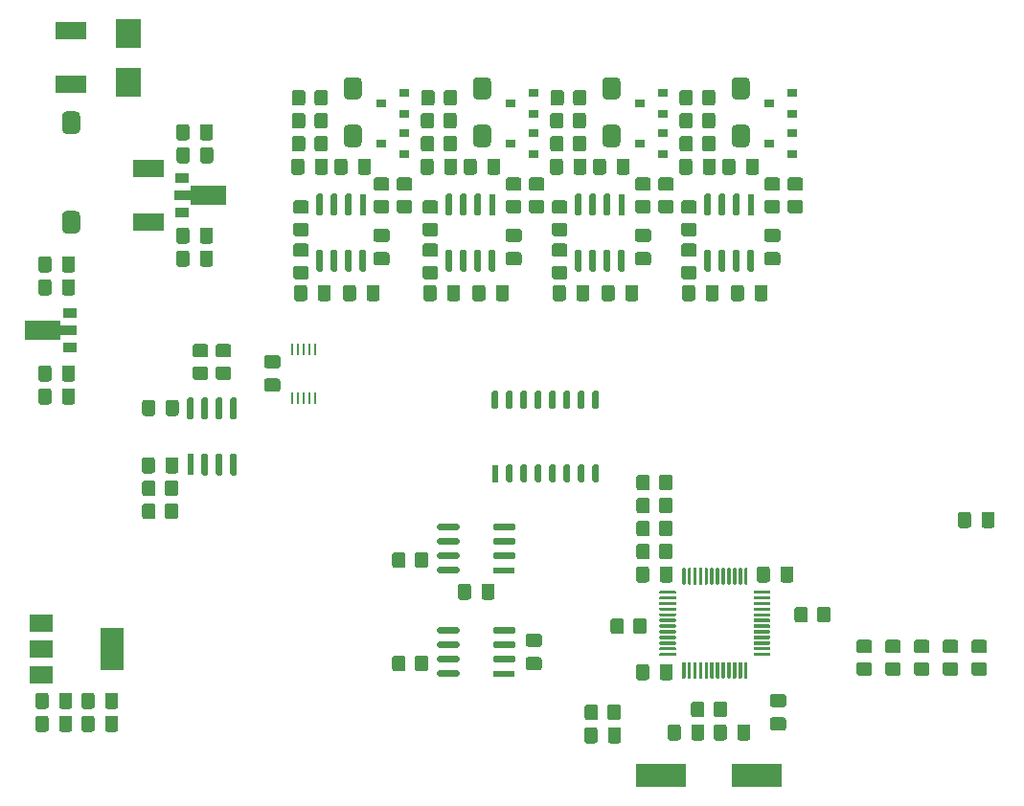
<source format=gbr>
%TF.GenerationSoftware,KiCad,Pcbnew,5.1.10-88a1d61d58~90~ubuntu20.04.1*%
%TF.CreationDate,2021-10-13T16:14:00+02:00*%
%TF.ProjectId,AI_V1,41495f56-312e-46b6-9963-61645f706362,rev?*%
%TF.SameCoordinates,Original*%
%TF.FileFunction,Paste,Top*%
%TF.FilePolarity,Positive*%
%FSLAX46Y46*%
G04 Gerber Fmt 4.6, Leading zero omitted, Abs format (unit mm)*
G04 Created by KiCad (PCBNEW 5.1.10-88a1d61d58~90~ubuntu20.04.1) date 2021-10-13 16:14:00*
%MOMM*%
%LPD*%
G01*
G04 APERTURE LIST*
%ADD10C,0.100000*%
%ADD11R,1.300000X0.900000*%
%ADD12R,2.700000X1.500000*%
%ADD13R,4.500000X2.000000*%
%ADD14R,0.250000X1.100000*%
%ADD15R,0.600000X1.950000*%
%ADD16R,0.550000X1.600000*%
%ADD17R,2.000000X1.500000*%
%ADD18R,2.000000X3.800000*%
%ADD19R,1.950000X0.600000*%
%ADD20R,0.900000X0.800000*%
%ADD21R,2.300000X2.500000*%
G04 APERTURE END LIST*
D10*
%TO.C,U13*%
G36*
X116092000Y-81892500D02*
G01*
X112967000Y-81892500D01*
X112967000Y-81476000D01*
X111492000Y-81476000D01*
X111492000Y-80576000D01*
X112967000Y-80576000D01*
X112967000Y-80159500D01*
X116092000Y-80159500D01*
X116092000Y-81892500D01*
G37*
D11*
X112142000Y-82526000D03*
X112142000Y-79526000D03*
%TD*%
D12*
%TO.C,D7*%
X109220000Y-78626000D03*
X109220000Y-83426000D03*
%TD*%
%TO.C,C45*%
G36*
G01*
X112855500Y-76995000D02*
X112855500Y-77945000D01*
G75*
G02*
X112605500Y-78195000I-250000J0D01*
G01*
X111930500Y-78195000D01*
G75*
G02*
X111680500Y-77945000I0J250000D01*
G01*
X111680500Y-76995000D01*
G75*
G02*
X111930500Y-76745000I250000J0D01*
G01*
X112605500Y-76745000D01*
G75*
G02*
X112855500Y-76995000I0J-250000D01*
G01*
G37*
G36*
G01*
X114930500Y-76995000D02*
X114930500Y-77945000D01*
G75*
G02*
X114680500Y-78195000I-250000J0D01*
G01*
X114005500Y-78195000D01*
G75*
G02*
X113755500Y-77945000I0J250000D01*
G01*
X113755500Y-76995000D01*
G75*
G02*
X114005500Y-76745000I250000J0D01*
G01*
X114680500Y-76745000D01*
G75*
G02*
X114930500Y-76995000I0J-250000D01*
G01*
G37*
%TD*%
%TO.C,C44*%
G36*
G01*
X112834000Y-74963000D02*
X112834000Y-75913000D01*
G75*
G02*
X112584000Y-76163000I-250000J0D01*
G01*
X111909000Y-76163000D01*
G75*
G02*
X111659000Y-75913000I0J250000D01*
G01*
X111659000Y-74963000D01*
G75*
G02*
X111909000Y-74713000I250000J0D01*
G01*
X112584000Y-74713000D01*
G75*
G02*
X112834000Y-74963000I0J-250000D01*
G01*
G37*
G36*
G01*
X114909000Y-74963000D02*
X114909000Y-75913000D01*
G75*
G02*
X114659000Y-76163000I-250000J0D01*
G01*
X113984000Y-76163000D01*
G75*
G02*
X113734000Y-75913000I0J250000D01*
G01*
X113734000Y-74963000D01*
G75*
G02*
X113984000Y-74713000I250000J0D01*
G01*
X114659000Y-74713000D01*
G75*
G02*
X114909000Y-74963000I0J-250000D01*
G01*
G37*
%TD*%
%TO.C,C43*%
G36*
G01*
X112834000Y-84107000D02*
X112834000Y-85057000D01*
G75*
G02*
X112584000Y-85307000I-250000J0D01*
G01*
X111909000Y-85307000D01*
G75*
G02*
X111659000Y-85057000I0J250000D01*
G01*
X111659000Y-84107000D01*
G75*
G02*
X111909000Y-83857000I250000J0D01*
G01*
X112584000Y-83857000D01*
G75*
G02*
X112834000Y-84107000I0J-250000D01*
G01*
G37*
G36*
G01*
X114909000Y-84107000D02*
X114909000Y-85057000D01*
G75*
G02*
X114659000Y-85307000I-250000J0D01*
G01*
X113984000Y-85307000D01*
G75*
G02*
X113734000Y-85057000I0J250000D01*
G01*
X113734000Y-84107000D01*
G75*
G02*
X113984000Y-83857000I250000J0D01*
G01*
X114659000Y-83857000D01*
G75*
G02*
X114909000Y-84107000I0J-250000D01*
G01*
G37*
%TD*%
%TO.C,C42*%
G36*
G01*
X112834000Y-86139000D02*
X112834000Y-87089000D01*
G75*
G02*
X112584000Y-87339000I-250000J0D01*
G01*
X111909000Y-87339000D01*
G75*
G02*
X111659000Y-87089000I0J250000D01*
G01*
X111659000Y-86139000D01*
G75*
G02*
X111909000Y-85889000I250000J0D01*
G01*
X112584000Y-85889000D01*
G75*
G02*
X112834000Y-86139000I0J-250000D01*
G01*
G37*
G36*
G01*
X114909000Y-86139000D02*
X114909000Y-87089000D01*
G75*
G02*
X114659000Y-87339000I-250000J0D01*
G01*
X113984000Y-87339000D01*
G75*
G02*
X113734000Y-87089000I0J250000D01*
G01*
X113734000Y-86139000D01*
G75*
G02*
X113984000Y-85889000I250000J0D01*
G01*
X114659000Y-85889000D01*
G75*
G02*
X114909000Y-86139000I0J-250000D01*
G01*
G37*
%TD*%
%TO.C,FB4*%
G36*
G01*
X161944000Y-76760000D02*
X161144000Y-76760000D01*
G75*
G02*
X160744000Y-76360000I0J400000D01*
G01*
X160744000Y-75160000D01*
G75*
G02*
X161144000Y-74760000I400000J0D01*
G01*
X161944000Y-74760000D01*
G75*
G02*
X162344000Y-75160000I0J-400000D01*
G01*
X162344000Y-76360000D01*
G75*
G02*
X161944000Y-76760000I-400000J0D01*
G01*
G37*
G36*
G01*
X161944000Y-72560000D02*
X161144000Y-72560000D01*
G75*
G02*
X160744000Y-72160000I0J400000D01*
G01*
X160744000Y-70960000D01*
G75*
G02*
X161144000Y-70560000I400000J0D01*
G01*
X161944000Y-70560000D01*
G75*
G02*
X162344000Y-70960000I0J-400000D01*
G01*
X162344000Y-72160000D01*
G75*
G02*
X161944000Y-72560000I-400000J0D01*
G01*
G37*
%TD*%
%TO.C,FB3*%
G36*
G01*
X150514000Y-76760000D02*
X149714000Y-76760000D01*
G75*
G02*
X149314000Y-76360000I0J400000D01*
G01*
X149314000Y-75160000D01*
G75*
G02*
X149714000Y-74760000I400000J0D01*
G01*
X150514000Y-74760000D01*
G75*
G02*
X150914000Y-75160000I0J-400000D01*
G01*
X150914000Y-76360000D01*
G75*
G02*
X150514000Y-76760000I-400000J0D01*
G01*
G37*
G36*
G01*
X150514000Y-72560000D02*
X149714000Y-72560000D01*
G75*
G02*
X149314000Y-72160000I0J400000D01*
G01*
X149314000Y-70960000D01*
G75*
G02*
X149714000Y-70560000I400000J0D01*
G01*
X150514000Y-70560000D01*
G75*
G02*
X150914000Y-70960000I0J-400000D01*
G01*
X150914000Y-72160000D01*
G75*
G02*
X150514000Y-72560000I-400000J0D01*
G01*
G37*
%TD*%
%TO.C,FB2*%
G36*
G01*
X139084000Y-76760000D02*
X138284000Y-76760000D01*
G75*
G02*
X137884000Y-76360000I0J400000D01*
G01*
X137884000Y-75160000D01*
G75*
G02*
X138284000Y-74760000I400000J0D01*
G01*
X139084000Y-74760000D01*
G75*
G02*
X139484000Y-75160000I0J-400000D01*
G01*
X139484000Y-76360000D01*
G75*
G02*
X139084000Y-76760000I-400000J0D01*
G01*
G37*
G36*
G01*
X139084000Y-72560000D02*
X138284000Y-72560000D01*
G75*
G02*
X137884000Y-72160000I0J400000D01*
G01*
X137884000Y-70960000D01*
G75*
G02*
X138284000Y-70560000I400000J0D01*
G01*
X139084000Y-70560000D01*
G75*
G02*
X139484000Y-70960000I0J-400000D01*
G01*
X139484000Y-72160000D01*
G75*
G02*
X139084000Y-72560000I-400000J0D01*
G01*
G37*
%TD*%
%TO.C,FB1*%
G36*
G01*
X127654000Y-76760000D02*
X126854000Y-76760000D01*
G75*
G02*
X126454000Y-76360000I0J400000D01*
G01*
X126454000Y-75160000D01*
G75*
G02*
X126854000Y-74760000I400000J0D01*
G01*
X127654000Y-74760000D01*
G75*
G02*
X128054000Y-75160000I0J-400000D01*
G01*
X128054000Y-76360000D01*
G75*
G02*
X127654000Y-76760000I-400000J0D01*
G01*
G37*
G36*
G01*
X127654000Y-72560000D02*
X126854000Y-72560000D01*
G75*
G02*
X126454000Y-72160000I0J400000D01*
G01*
X126454000Y-70960000D01*
G75*
G02*
X126854000Y-70560000I400000J0D01*
G01*
X127654000Y-70560000D01*
G75*
G02*
X128054000Y-70960000I0J-400000D01*
G01*
X128054000Y-72160000D01*
G75*
G02*
X127654000Y-72560000I-400000J0D01*
G01*
G37*
%TD*%
%TO.C,FB5*%
G36*
G01*
X102762000Y-75594000D02*
X101962000Y-75594000D01*
G75*
G02*
X101562000Y-75194000I0J400000D01*
G01*
X101562000Y-73994000D01*
G75*
G02*
X101962000Y-73594000I400000J0D01*
G01*
X102762000Y-73594000D01*
G75*
G02*
X103162000Y-73994000I0J-400000D01*
G01*
X103162000Y-75194000D01*
G75*
G02*
X102762000Y-75594000I-400000J0D01*
G01*
G37*
G36*
G01*
X102762000Y-84394000D02*
X101962000Y-84394000D01*
G75*
G02*
X101562000Y-83994000I0J400000D01*
G01*
X101562000Y-82794000D01*
G75*
G02*
X101962000Y-82394000I400000J0D01*
G01*
X102762000Y-82394000D01*
G75*
G02*
X103162000Y-82794000I0J-400000D01*
G01*
X103162000Y-83994000D01*
G75*
G02*
X102762000Y-84394000I-400000J0D01*
G01*
G37*
%TD*%
%TO.C,R47*%
G36*
G01*
X157334000Y-76003999D02*
X157334000Y-76904001D01*
G75*
G02*
X157084001Y-77154000I-249999J0D01*
G01*
X156383999Y-77154000D01*
G75*
G02*
X156134000Y-76904001I0J249999D01*
G01*
X156134000Y-76003999D01*
G75*
G02*
X156383999Y-75754000I249999J0D01*
G01*
X157084001Y-75754000D01*
G75*
G02*
X157334000Y-76003999I0J-249999D01*
G01*
G37*
G36*
G01*
X159334000Y-76003999D02*
X159334000Y-76904001D01*
G75*
G02*
X159084001Y-77154000I-249999J0D01*
G01*
X158383999Y-77154000D01*
G75*
G02*
X158134000Y-76904001I0J249999D01*
G01*
X158134000Y-76003999D01*
G75*
G02*
X158383999Y-75754000I249999J0D01*
G01*
X159084001Y-75754000D01*
G75*
G02*
X159334000Y-76003999I0J-249999D01*
G01*
G37*
%TD*%
%TO.C,R46*%
G36*
G01*
X145904000Y-76003999D02*
X145904000Y-76904001D01*
G75*
G02*
X145654001Y-77154000I-249999J0D01*
G01*
X144953999Y-77154000D01*
G75*
G02*
X144704000Y-76904001I0J249999D01*
G01*
X144704000Y-76003999D01*
G75*
G02*
X144953999Y-75754000I249999J0D01*
G01*
X145654001Y-75754000D01*
G75*
G02*
X145904000Y-76003999I0J-249999D01*
G01*
G37*
G36*
G01*
X147904000Y-76003999D02*
X147904000Y-76904001D01*
G75*
G02*
X147654001Y-77154000I-249999J0D01*
G01*
X146953999Y-77154000D01*
G75*
G02*
X146704000Y-76904001I0J249999D01*
G01*
X146704000Y-76003999D01*
G75*
G02*
X146953999Y-75754000I249999J0D01*
G01*
X147654001Y-75754000D01*
G75*
G02*
X147904000Y-76003999I0J-249999D01*
G01*
G37*
%TD*%
%TO.C,R45*%
G36*
G01*
X134474000Y-76003999D02*
X134474000Y-76904001D01*
G75*
G02*
X134224001Y-77154000I-249999J0D01*
G01*
X133523999Y-77154000D01*
G75*
G02*
X133274000Y-76904001I0J249999D01*
G01*
X133274000Y-76003999D01*
G75*
G02*
X133523999Y-75754000I249999J0D01*
G01*
X134224001Y-75754000D01*
G75*
G02*
X134474000Y-76003999I0J-249999D01*
G01*
G37*
G36*
G01*
X136474000Y-76003999D02*
X136474000Y-76904001D01*
G75*
G02*
X136224001Y-77154000I-249999J0D01*
G01*
X135523999Y-77154000D01*
G75*
G02*
X135274000Y-76904001I0J249999D01*
G01*
X135274000Y-76003999D01*
G75*
G02*
X135523999Y-75754000I249999J0D01*
G01*
X136224001Y-75754000D01*
G75*
G02*
X136474000Y-76003999I0J-249999D01*
G01*
G37*
%TD*%
%TO.C,R44*%
G36*
G01*
X123060000Y-76003999D02*
X123060000Y-76904001D01*
G75*
G02*
X122810001Y-77154000I-249999J0D01*
G01*
X122109999Y-77154000D01*
G75*
G02*
X121860000Y-76904001I0J249999D01*
G01*
X121860000Y-76003999D01*
G75*
G02*
X122109999Y-75754000I249999J0D01*
G01*
X122810001Y-75754000D01*
G75*
G02*
X123060000Y-76003999I0J-249999D01*
G01*
G37*
G36*
G01*
X125060000Y-76003999D02*
X125060000Y-76904001D01*
G75*
G02*
X124810001Y-77154000I-249999J0D01*
G01*
X124109999Y-77154000D01*
G75*
G02*
X123860000Y-76904001I0J249999D01*
G01*
X123860000Y-76003999D01*
G75*
G02*
X124109999Y-75754000I249999J0D01*
G01*
X124810001Y-75754000D01*
G75*
G02*
X125060000Y-76003999I0J-249999D01*
G01*
G37*
%TD*%
%TO.C,D1*%
X102362000Y-66434000D03*
X102362000Y-71234000D03*
%TD*%
D13*
%TO.C,Y1*%
X163000000Y-132334000D03*
X154500000Y-132334000D03*
%TD*%
D10*
%TO.C,U12*%
G36*
X98284000Y-92097500D02*
G01*
X101409000Y-92097500D01*
X101409000Y-92514000D01*
X102884000Y-92514000D01*
X102884000Y-93414000D01*
X101409000Y-93414000D01*
X101409000Y-93830500D01*
X98284000Y-93830500D01*
X98284000Y-92097500D01*
G37*
D11*
X102234000Y-91464000D03*
X102234000Y-94464000D03*
%TD*%
D14*
%TO.C,U11*%
X123936000Y-98924000D03*
X123436000Y-98924000D03*
X122936000Y-98924000D03*
X122436000Y-98924000D03*
X121936000Y-98924000D03*
X121936000Y-94624000D03*
X122436000Y-94624000D03*
X122936000Y-94624000D03*
X123436000Y-94624000D03*
X123936000Y-94624000D03*
%TD*%
%TO.C,U10*%
G36*
G01*
X162283000Y-85828000D02*
X162583000Y-85828000D01*
G75*
G02*
X162733000Y-85978000I0J-150000D01*
G01*
X162733000Y-87628000D01*
G75*
G02*
X162583000Y-87778000I-150000J0D01*
G01*
X162283000Y-87778000D01*
G75*
G02*
X162133000Y-87628000I0J150000D01*
G01*
X162133000Y-85978000D01*
G75*
G02*
X162283000Y-85828000I150000J0D01*
G01*
G37*
G36*
G01*
X161013000Y-85828000D02*
X161313000Y-85828000D01*
G75*
G02*
X161463000Y-85978000I0J-150000D01*
G01*
X161463000Y-87628000D01*
G75*
G02*
X161313000Y-87778000I-150000J0D01*
G01*
X161013000Y-87778000D01*
G75*
G02*
X160863000Y-87628000I0J150000D01*
G01*
X160863000Y-85978000D01*
G75*
G02*
X161013000Y-85828000I150000J0D01*
G01*
G37*
G36*
G01*
X159743000Y-85828000D02*
X160043000Y-85828000D01*
G75*
G02*
X160193000Y-85978000I0J-150000D01*
G01*
X160193000Y-87628000D01*
G75*
G02*
X160043000Y-87778000I-150000J0D01*
G01*
X159743000Y-87778000D01*
G75*
G02*
X159593000Y-87628000I0J150000D01*
G01*
X159593000Y-85978000D01*
G75*
G02*
X159743000Y-85828000I150000J0D01*
G01*
G37*
G36*
G01*
X158473000Y-85828000D02*
X158773000Y-85828000D01*
G75*
G02*
X158923000Y-85978000I0J-150000D01*
G01*
X158923000Y-87628000D01*
G75*
G02*
X158773000Y-87778000I-150000J0D01*
G01*
X158473000Y-87778000D01*
G75*
G02*
X158323000Y-87628000I0J150000D01*
G01*
X158323000Y-85978000D01*
G75*
G02*
X158473000Y-85828000I150000J0D01*
G01*
G37*
G36*
G01*
X158473000Y-80878000D02*
X158773000Y-80878000D01*
G75*
G02*
X158923000Y-81028000I0J-150000D01*
G01*
X158923000Y-82678000D01*
G75*
G02*
X158773000Y-82828000I-150000J0D01*
G01*
X158473000Y-82828000D01*
G75*
G02*
X158323000Y-82678000I0J150000D01*
G01*
X158323000Y-81028000D01*
G75*
G02*
X158473000Y-80878000I150000J0D01*
G01*
G37*
G36*
G01*
X159743000Y-80878000D02*
X160043000Y-80878000D01*
G75*
G02*
X160193000Y-81028000I0J-150000D01*
G01*
X160193000Y-82678000D01*
G75*
G02*
X160043000Y-82828000I-150000J0D01*
G01*
X159743000Y-82828000D01*
G75*
G02*
X159593000Y-82678000I0J150000D01*
G01*
X159593000Y-81028000D01*
G75*
G02*
X159743000Y-80878000I150000J0D01*
G01*
G37*
G36*
G01*
X161013000Y-80878000D02*
X161313000Y-80878000D01*
G75*
G02*
X161463000Y-81028000I0J-150000D01*
G01*
X161463000Y-82678000D01*
G75*
G02*
X161313000Y-82828000I-150000J0D01*
G01*
X161013000Y-82828000D01*
G75*
G02*
X160863000Y-82678000I0J150000D01*
G01*
X160863000Y-81028000D01*
G75*
G02*
X161013000Y-80878000I150000J0D01*
G01*
G37*
D15*
X162433000Y-81853000D03*
%TD*%
%TO.C,U9*%
G36*
G01*
X150853000Y-85828000D02*
X151153000Y-85828000D01*
G75*
G02*
X151303000Y-85978000I0J-150000D01*
G01*
X151303000Y-87628000D01*
G75*
G02*
X151153000Y-87778000I-150000J0D01*
G01*
X150853000Y-87778000D01*
G75*
G02*
X150703000Y-87628000I0J150000D01*
G01*
X150703000Y-85978000D01*
G75*
G02*
X150853000Y-85828000I150000J0D01*
G01*
G37*
G36*
G01*
X149583000Y-85828000D02*
X149883000Y-85828000D01*
G75*
G02*
X150033000Y-85978000I0J-150000D01*
G01*
X150033000Y-87628000D01*
G75*
G02*
X149883000Y-87778000I-150000J0D01*
G01*
X149583000Y-87778000D01*
G75*
G02*
X149433000Y-87628000I0J150000D01*
G01*
X149433000Y-85978000D01*
G75*
G02*
X149583000Y-85828000I150000J0D01*
G01*
G37*
G36*
G01*
X148313000Y-85828000D02*
X148613000Y-85828000D01*
G75*
G02*
X148763000Y-85978000I0J-150000D01*
G01*
X148763000Y-87628000D01*
G75*
G02*
X148613000Y-87778000I-150000J0D01*
G01*
X148313000Y-87778000D01*
G75*
G02*
X148163000Y-87628000I0J150000D01*
G01*
X148163000Y-85978000D01*
G75*
G02*
X148313000Y-85828000I150000J0D01*
G01*
G37*
G36*
G01*
X147043000Y-85828000D02*
X147343000Y-85828000D01*
G75*
G02*
X147493000Y-85978000I0J-150000D01*
G01*
X147493000Y-87628000D01*
G75*
G02*
X147343000Y-87778000I-150000J0D01*
G01*
X147043000Y-87778000D01*
G75*
G02*
X146893000Y-87628000I0J150000D01*
G01*
X146893000Y-85978000D01*
G75*
G02*
X147043000Y-85828000I150000J0D01*
G01*
G37*
G36*
G01*
X147043000Y-80878000D02*
X147343000Y-80878000D01*
G75*
G02*
X147493000Y-81028000I0J-150000D01*
G01*
X147493000Y-82678000D01*
G75*
G02*
X147343000Y-82828000I-150000J0D01*
G01*
X147043000Y-82828000D01*
G75*
G02*
X146893000Y-82678000I0J150000D01*
G01*
X146893000Y-81028000D01*
G75*
G02*
X147043000Y-80878000I150000J0D01*
G01*
G37*
G36*
G01*
X148313000Y-80878000D02*
X148613000Y-80878000D01*
G75*
G02*
X148763000Y-81028000I0J-150000D01*
G01*
X148763000Y-82678000D01*
G75*
G02*
X148613000Y-82828000I-150000J0D01*
G01*
X148313000Y-82828000D01*
G75*
G02*
X148163000Y-82678000I0J150000D01*
G01*
X148163000Y-81028000D01*
G75*
G02*
X148313000Y-80878000I150000J0D01*
G01*
G37*
G36*
G01*
X149583000Y-80878000D02*
X149883000Y-80878000D01*
G75*
G02*
X150033000Y-81028000I0J-150000D01*
G01*
X150033000Y-82678000D01*
G75*
G02*
X149883000Y-82828000I-150000J0D01*
G01*
X149583000Y-82828000D01*
G75*
G02*
X149433000Y-82678000I0J150000D01*
G01*
X149433000Y-81028000D01*
G75*
G02*
X149583000Y-80878000I150000J0D01*
G01*
G37*
X151003000Y-81853000D03*
%TD*%
%TO.C,U8*%
G36*
G01*
X139423000Y-85828000D02*
X139723000Y-85828000D01*
G75*
G02*
X139873000Y-85978000I0J-150000D01*
G01*
X139873000Y-87628000D01*
G75*
G02*
X139723000Y-87778000I-150000J0D01*
G01*
X139423000Y-87778000D01*
G75*
G02*
X139273000Y-87628000I0J150000D01*
G01*
X139273000Y-85978000D01*
G75*
G02*
X139423000Y-85828000I150000J0D01*
G01*
G37*
G36*
G01*
X138153000Y-85828000D02*
X138453000Y-85828000D01*
G75*
G02*
X138603000Y-85978000I0J-150000D01*
G01*
X138603000Y-87628000D01*
G75*
G02*
X138453000Y-87778000I-150000J0D01*
G01*
X138153000Y-87778000D01*
G75*
G02*
X138003000Y-87628000I0J150000D01*
G01*
X138003000Y-85978000D01*
G75*
G02*
X138153000Y-85828000I150000J0D01*
G01*
G37*
G36*
G01*
X136883000Y-85828000D02*
X137183000Y-85828000D01*
G75*
G02*
X137333000Y-85978000I0J-150000D01*
G01*
X137333000Y-87628000D01*
G75*
G02*
X137183000Y-87778000I-150000J0D01*
G01*
X136883000Y-87778000D01*
G75*
G02*
X136733000Y-87628000I0J150000D01*
G01*
X136733000Y-85978000D01*
G75*
G02*
X136883000Y-85828000I150000J0D01*
G01*
G37*
G36*
G01*
X135613000Y-85828000D02*
X135913000Y-85828000D01*
G75*
G02*
X136063000Y-85978000I0J-150000D01*
G01*
X136063000Y-87628000D01*
G75*
G02*
X135913000Y-87778000I-150000J0D01*
G01*
X135613000Y-87778000D01*
G75*
G02*
X135463000Y-87628000I0J150000D01*
G01*
X135463000Y-85978000D01*
G75*
G02*
X135613000Y-85828000I150000J0D01*
G01*
G37*
G36*
G01*
X135613000Y-80878000D02*
X135913000Y-80878000D01*
G75*
G02*
X136063000Y-81028000I0J-150000D01*
G01*
X136063000Y-82678000D01*
G75*
G02*
X135913000Y-82828000I-150000J0D01*
G01*
X135613000Y-82828000D01*
G75*
G02*
X135463000Y-82678000I0J150000D01*
G01*
X135463000Y-81028000D01*
G75*
G02*
X135613000Y-80878000I150000J0D01*
G01*
G37*
G36*
G01*
X136883000Y-80878000D02*
X137183000Y-80878000D01*
G75*
G02*
X137333000Y-81028000I0J-150000D01*
G01*
X137333000Y-82678000D01*
G75*
G02*
X137183000Y-82828000I-150000J0D01*
G01*
X136883000Y-82828000D01*
G75*
G02*
X136733000Y-82678000I0J150000D01*
G01*
X136733000Y-81028000D01*
G75*
G02*
X136883000Y-80878000I150000J0D01*
G01*
G37*
G36*
G01*
X138153000Y-80878000D02*
X138453000Y-80878000D01*
G75*
G02*
X138603000Y-81028000I0J-150000D01*
G01*
X138603000Y-82678000D01*
G75*
G02*
X138453000Y-82828000I-150000J0D01*
G01*
X138153000Y-82828000D01*
G75*
G02*
X138003000Y-82678000I0J150000D01*
G01*
X138003000Y-81028000D01*
G75*
G02*
X138153000Y-80878000I150000J0D01*
G01*
G37*
X139573000Y-81853000D03*
%TD*%
%TO.C,U7*%
G36*
G01*
X127993000Y-85828000D02*
X128293000Y-85828000D01*
G75*
G02*
X128443000Y-85978000I0J-150000D01*
G01*
X128443000Y-87628000D01*
G75*
G02*
X128293000Y-87778000I-150000J0D01*
G01*
X127993000Y-87778000D01*
G75*
G02*
X127843000Y-87628000I0J150000D01*
G01*
X127843000Y-85978000D01*
G75*
G02*
X127993000Y-85828000I150000J0D01*
G01*
G37*
G36*
G01*
X126723000Y-85828000D02*
X127023000Y-85828000D01*
G75*
G02*
X127173000Y-85978000I0J-150000D01*
G01*
X127173000Y-87628000D01*
G75*
G02*
X127023000Y-87778000I-150000J0D01*
G01*
X126723000Y-87778000D01*
G75*
G02*
X126573000Y-87628000I0J150000D01*
G01*
X126573000Y-85978000D01*
G75*
G02*
X126723000Y-85828000I150000J0D01*
G01*
G37*
G36*
G01*
X125453000Y-85828000D02*
X125753000Y-85828000D01*
G75*
G02*
X125903000Y-85978000I0J-150000D01*
G01*
X125903000Y-87628000D01*
G75*
G02*
X125753000Y-87778000I-150000J0D01*
G01*
X125453000Y-87778000D01*
G75*
G02*
X125303000Y-87628000I0J150000D01*
G01*
X125303000Y-85978000D01*
G75*
G02*
X125453000Y-85828000I150000J0D01*
G01*
G37*
G36*
G01*
X124183000Y-85828000D02*
X124483000Y-85828000D01*
G75*
G02*
X124633000Y-85978000I0J-150000D01*
G01*
X124633000Y-87628000D01*
G75*
G02*
X124483000Y-87778000I-150000J0D01*
G01*
X124183000Y-87778000D01*
G75*
G02*
X124033000Y-87628000I0J150000D01*
G01*
X124033000Y-85978000D01*
G75*
G02*
X124183000Y-85828000I150000J0D01*
G01*
G37*
G36*
G01*
X124183000Y-80878000D02*
X124483000Y-80878000D01*
G75*
G02*
X124633000Y-81028000I0J-150000D01*
G01*
X124633000Y-82678000D01*
G75*
G02*
X124483000Y-82828000I-150000J0D01*
G01*
X124183000Y-82828000D01*
G75*
G02*
X124033000Y-82678000I0J150000D01*
G01*
X124033000Y-81028000D01*
G75*
G02*
X124183000Y-80878000I150000J0D01*
G01*
G37*
G36*
G01*
X125453000Y-80878000D02*
X125753000Y-80878000D01*
G75*
G02*
X125903000Y-81028000I0J-150000D01*
G01*
X125903000Y-82678000D01*
G75*
G02*
X125753000Y-82828000I-150000J0D01*
G01*
X125453000Y-82828000D01*
G75*
G02*
X125303000Y-82678000I0J150000D01*
G01*
X125303000Y-81028000D01*
G75*
G02*
X125453000Y-80878000I150000J0D01*
G01*
G37*
G36*
G01*
X126723000Y-80878000D02*
X127023000Y-80878000D01*
G75*
G02*
X127173000Y-81028000I0J-150000D01*
G01*
X127173000Y-82678000D01*
G75*
G02*
X127023000Y-82828000I-150000J0D01*
G01*
X126723000Y-82828000D01*
G75*
G02*
X126573000Y-82678000I0J150000D01*
G01*
X126573000Y-81028000D01*
G75*
G02*
X126723000Y-80878000I150000J0D01*
G01*
G37*
X128143000Y-81853000D03*
%TD*%
%TO.C,U6*%
G36*
G01*
X139964500Y-99912000D02*
X139689500Y-99912000D01*
G75*
G02*
X139552000Y-99774500I0J137500D01*
G01*
X139552000Y-98449500D01*
G75*
G02*
X139689500Y-98312000I137500J0D01*
G01*
X139964500Y-98312000D01*
G75*
G02*
X140102000Y-98449500I0J-137500D01*
G01*
X140102000Y-99774500D01*
G75*
G02*
X139964500Y-99912000I-137500J0D01*
G01*
G37*
G36*
G01*
X141234500Y-99912000D02*
X140959500Y-99912000D01*
G75*
G02*
X140822000Y-99774500I0J137500D01*
G01*
X140822000Y-98449500D01*
G75*
G02*
X140959500Y-98312000I137500J0D01*
G01*
X141234500Y-98312000D01*
G75*
G02*
X141372000Y-98449500I0J-137500D01*
G01*
X141372000Y-99774500D01*
G75*
G02*
X141234500Y-99912000I-137500J0D01*
G01*
G37*
G36*
G01*
X142504500Y-99912000D02*
X142229500Y-99912000D01*
G75*
G02*
X142092000Y-99774500I0J137500D01*
G01*
X142092000Y-98449500D01*
G75*
G02*
X142229500Y-98312000I137500J0D01*
G01*
X142504500Y-98312000D01*
G75*
G02*
X142642000Y-98449500I0J-137500D01*
G01*
X142642000Y-99774500D01*
G75*
G02*
X142504500Y-99912000I-137500J0D01*
G01*
G37*
G36*
G01*
X143774500Y-99912000D02*
X143499500Y-99912000D01*
G75*
G02*
X143362000Y-99774500I0J137500D01*
G01*
X143362000Y-98449500D01*
G75*
G02*
X143499500Y-98312000I137500J0D01*
G01*
X143774500Y-98312000D01*
G75*
G02*
X143912000Y-98449500I0J-137500D01*
G01*
X143912000Y-99774500D01*
G75*
G02*
X143774500Y-99912000I-137500J0D01*
G01*
G37*
G36*
G01*
X145044500Y-99912000D02*
X144769500Y-99912000D01*
G75*
G02*
X144632000Y-99774500I0J137500D01*
G01*
X144632000Y-98449500D01*
G75*
G02*
X144769500Y-98312000I137500J0D01*
G01*
X145044500Y-98312000D01*
G75*
G02*
X145182000Y-98449500I0J-137500D01*
G01*
X145182000Y-99774500D01*
G75*
G02*
X145044500Y-99912000I-137500J0D01*
G01*
G37*
G36*
G01*
X146314500Y-99912000D02*
X146039500Y-99912000D01*
G75*
G02*
X145902000Y-99774500I0J137500D01*
G01*
X145902000Y-98449500D01*
G75*
G02*
X146039500Y-98312000I137500J0D01*
G01*
X146314500Y-98312000D01*
G75*
G02*
X146452000Y-98449500I0J-137500D01*
G01*
X146452000Y-99774500D01*
G75*
G02*
X146314500Y-99912000I-137500J0D01*
G01*
G37*
G36*
G01*
X147584500Y-99912000D02*
X147309500Y-99912000D01*
G75*
G02*
X147172000Y-99774500I0J137500D01*
G01*
X147172000Y-98449500D01*
G75*
G02*
X147309500Y-98312000I137500J0D01*
G01*
X147584500Y-98312000D01*
G75*
G02*
X147722000Y-98449500I0J-137500D01*
G01*
X147722000Y-99774500D01*
G75*
G02*
X147584500Y-99912000I-137500J0D01*
G01*
G37*
G36*
G01*
X148854500Y-99912000D02*
X148579500Y-99912000D01*
G75*
G02*
X148442000Y-99774500I0J137500D01*
G01*
X148442000Y-98449500D01*
G75*
G02*
X148579500Y-98312000I137500J0D01*
G01*
X148854500Y-98312000D01*
G75*
G02*
X148992000Y-98449500I0J-137500D01*
G01*
X148992000Y-99774500D01*
G75*
G02*
X148854500Y-99912000I-137500J0D01*
G01*
G37*
G36*
G01*
X148854500Y-106412000D02*
X148579500Y-106412000D01*
G75*
G02*
X148442000Y-106274500I0J137500D01*
G01*
X148442000Y-104949500D01*
G75*
G02*
X148579500Y-104812000I137500J0D01*
G01*
X148854500Y-104812000D01*
G75*
G02*
X148992000Y-104949500I0J-137500D01*
G01*
X148992000Y-106274500D01*
G75*
G02*
X148854500Y-106412000I-137500J0D01*
G01*
G37*
G36*
G01*
X147584500Y-106412000D02*
X147309500Y-106412000D01*
G75*
G02*
X147172000Y-106274500I0J137500D01*
G01*
X147172000Y-104949500D01*
G75*
G02*
X147309500Y-104812000I137500J0D01*
G01*
X147584500Y-104812000D01*
G75*
G02*
X147722000Y-104949500I0J-137500D01*
G01*
X147722000Y-106274500D01*
G75*
G02*
X147584500Y-106412000I-137500J0D01*
G01*
G37*
G36*
G01*
X146314500Y-106412000D02*
X146039500Y-106412000D01*
G75*
G02*
X145902000Y-106274500I0J137500D01*
G01*
X145902000Y-104949500D01*
G75*
G02*
X146039500Y-104812000I137500J0D01*
G01*
X146314500Y-104812000D01*
G75*
G02*
X146452000Y-104949500I0J-137500D01*
G01*
X146452000Y-106274500D01*
G75*
G02*
X146314500Y-106412000I-137500J0D01*
G01*
G37*
G36*
G01*
X145044500Y-106412000D02*
X144769500Y-106412000D01*
G75*
G02*
X144632000Y-106274500I0J137500D01*
G01*
X144632000Y-104949500D01*
G75*
G02*
X144769500Y-104812000I137500J0D01*
G01*
X145044500Y-104812000D01*
G75*
G02*
X145182000Y-104949500I0J-137500D01*
G01*
X145182000Y-106274500D01*
G75*
G02*
X145044500Y-106412000I-137500J0D01*
G01*
G37*
G36*
G01*
X143774500Y-106412000D02*
X143499500Y-106412000D01*
G75*
G02*
X143362000Y-106274500I0J137500D01*
G01*
X143362000Y-104949500D01*
G75*
G02*
X143499500Y-104812000I137500J0D01*
G01*
X143774500Y-104812000D01*
G75*
G02*
X143912000Y-104949500I0J-137500D01*
G01*
X143912000Y-106274500D01*
G75*
G02*
X143774500Y-106412000I-137500J0D01*
G01*
G37*
G36*
G01*
X142504500Y-106412000D02*
X142229500Y-106412000D01*
G75*
G02*
X142092000Y-106274500I0J137500D01*
G01*
X142092000Y-104949500D01*
G75*
G02*
X142229500Y-104812000I137500J0D01*
G01*
X142504500Y-104812000D01*
G75*
G02*
X142642000Y-104949500I0J-137500D01*
G01*
X142642000Y-106274500D01*
G75*
G02*
X142504500Y-106412000I-137500J0D01*
G01*
G37*
G36*
G01*
X141234500Y-106412000D02*
X140959500Y-106412000D01*
G75*
G02*
X140822000Y-106274500I0J137500D01*
G01*
X140822000Y-104949500D01*
G75*
G02*
X140959500Y-104812000I137500J0D01*
G01*
X141234500Y-104812000D01*
G75*
G02*
X141372000Y-104949500I0J-137500D01*
G01*
X141372000Y-106274500D01*
G75*
G02*
X141234500Y-106412000I-137500J0D01*
G01*
G37*
D16*
X139827000Y-105612000D03*
%TD*%
%TO.C,U5*%
G36*
G01*
X113053000Y-100862000D02*
X112753000Y-100862000D01*
G75*
G02*
X112603000Y-100712000I0J150000D01*
G01*
X112603000Y-99062000D01*
G75*
G02*
X112753000Y-98912000I150000J0D01*
G01*
X113053000Y-98912000D01*
G75*
G02*
X113203000Y-99062000I0J-150000D01*
G01*
X113203000Y-100712000D01*
G75*
G02*
X113053000Y-100862000I-150000J0D01*
G01*
G37*
G36*
G01*
X114323000Y-100862000D02*
X114023000Y-100862000D01*
G75*
G02*
X113873000Y-100712000I0J150000D01*
G01*
X113873000Y-99062000D01*
G75*
G02*
X114023000Y-98912000I150000J0D01*
G01*
X114323000Y-98912000D01*
G75*
G02*
X114473000Y-99062000I0J-150000D01*
G01*
X114473000Y-100712000D01*
G75*
G02*
X114323000Y-100862000I-150000J0D01*
G01*
G37*
G36*
G01*
X115593000Y-100862000D02*
X115293000Y-100862000D01*
G75*
G02*
X115143000Y-100712000I0J150000D01*
G01*
X115143000Y-99062000D01*
G75*
G02*
X115293000Y-98912000I150000J0D01*
G01*
X115593000Y-98912000D01*
G75*
G02*
X115743000Y-99062000I0J-150000D01*
G01*
X115743000Y-100712000D01*
G75*
G02*
X115593000Y-100862000I-150000J0D01*
G01*
G37*
G36*
G01*
X116863000Y-100862000D02*
X116563000Y-100862000D01*
G75*
G02*
X116413000Y-100712000I0J150000D01*
G01*
X116413000Y-99062000D01*
G75*
G02*
X116563000Y-98912000I150000J0D01*
G01*
X116863000Y-98912000D01*
G75*
G02*
X117013000Y-99062000I0J-150000D01*
G01*
X117013000Y-100712000D01*
G75*
G02*
X116863000Y-100862000I-150000J0D01*
G01*
G37*
G36*
G01*
X116863000Y-105812000D02*
X116563000Y-105812000D01*
G75*
G02*
X116413000Y-105662000I0J150000D01*
G01*
X116413000Y-104012000D01*
G75*
G02*
X116563000Y-103862000I150000J0D01*
G01*
X116863000Y-103862000D01*
G75*
G02*
X117013000Y-104012000I0J-150000D01*
G01*
X117013000Y-105662000D01*
G75*
G02*
X116863000Y-105812000I-150000J0D01*
G01*
G37*
G36*
G01*
X115593000Y-105812000D02*
X115293000Y-105812000D01*
G75*
G02*
X115143000Y-105662000I0J150000D01*
G01*
X115143000Y-104012000D01*
G75*
G02*
X115293000Y-103862000I150000J0D01*
G01*
X115593000Y-103862000D01*
G75*
G02*
X115743000Y-104012000I0J-150000D01*
G01*
X115743000Y-105662000D01*
G75*
G02*
X115593000Y-105812000I-150000J0D01*
G01*
G37*
G36*
G01*
X114323000Y-105812000D02*
X114023000Y-105812000D01*
G75*
G02*
X113873000Y-105662000I0J150000D01*
G01*
X113873000Y-104012000D01*
G75*
G02*
X114023000Y-103862000I150000J0D01*
G01*
X114323000Y-103862000D01*
G75*
G02*
X114473000Y-104012000I0J-150000D01*
G01*
X114473000Y-105662000D01*
G75*
G02*
X114323000Y-105812000I-150000J0D01*
G01*
G37*
D15*
X112903000Y-104837000D03*
%TD*%
D17*
%TO.C,U4*%
X99720000Y-118858000D03*
X99720000Y-123458000D03*
X99720000Y-121158000D03*
D18*
X106020000Y-121158000D03*
%TD*%
%TO.C,U3*%
G36*
G01*
X155758000Y-121772000D02*
X154433000Y-121772000D01*
G75*
G02*
X154358000Y-121697000I0J75000D01*
G01*
X154358000Y-121547000D01*
G75*
G02*
X154433000Y-121472000I75000J0D01*
G01*
X155758000Y-121472000D01*
G75*
G02*
X155833000Y-121547000I0J-75000D01*
G01*
X155833000Y-121697000D01*
G75*
G02*
X155758000Y-121772000I-75000J0D01*
G01*
G37*
G36*
G01*
X155758000Y-121272000D02*
X154433000Y-121272000D01*
G75*
G02*
X154358000Y-121197000I0J75000D01*
G01*
X154358000Y-121047000D01*
G75*
G02*
X154433000Y-120972000I75000J0D01*
G01*
X155758000Y-120972000D01*
G75*
G02*
X155833000Y-121047000I0J-75000D01*
G01*
X155833000Y-121197000D01*
G75*
G02*
X155758000Y-121272000I-75000J0D01*
G01*
G37*
G36*
G01*
X155758000Y-120772000D02*
X154433000Y-120772000D01*
G75*
G02*
X154358000Y-120697000I0J75000D01*
G01*
X154358000Y-120547000D01*
G75*
G02*
X154433000Y-120472000I75000J0D01*
G01*
X155758000Y-120472000D01*
G75*
G02*
X155833000Y-120547000I0J-75000D01*
G01*
X155833000Y-120697000D01*
G75*
G02*
X155758000Y-120772000I-75000J0D01*
G01*
G37*
G36*
G01*
X155758000Y-120272000D02*
X154433000Y-120272000D01*
G75*
G02*
X154358000Y-120197000I0J75000D01*
G01*
X154358000Y-120047000D01*
G75*
G02*
X154433000Y-119972000I75000J0D01*
G01*
X155758000Y-119972000D01*
G75*
G02*
X155833000Y-120047000I0J-75000D01*
G01*
X155833000Y-120197000D01*
G75*
G02*
X155758000Y-120272000I-75000J0D01*
G01*
G37*
G36*
G01*
X155758000Y-119772000D02*
X154433000Y-119772000D01*
G75*
G02*
X154358000Y-119697000I0J75000D01*
G01*
X154358000Y-119547000D01*
G75*
G02*
X154433000Y-119472000I75000J0D01*
G01*
X155758000Y-119472000D01*
G75*
G02*
X155833000Y-119547000I0J-75000D01*
G01*
X155833000Y-119697000D01*
G75*
G02*
X155758000Y-119772000I-75000J0D01*
G01*
G37*
G36*
G01*
X155758000Y-119272000D02*
X154433000Y-119272000D01*
G75*
G02*
X154358000Y-119197000I0J75000D01*
G01*
X154358000Y-119047000D01*
G75*
G02*
X154433000Y-118972000I75000J0D01*
G01*
X155758000Y-118972000D01*
G75*
G02*
X155833000Y-119047000I0J-75000D01*
G01*
X155833000Y-119197000D01*
G75*
G02*
X155758000Y-119272000I-75000J0D01*
G01*
G37*
G36*
G01*
X155758000Y-118772000D02*
X154433000Y-118772000D01*
G75*
G02*
X154358000Y-118697000I0J75000D01*
G01*
X154358000Y-118547000D01*
G75*
G02*
X154433000Y-118472000I75000J0D01*
G01*
X155758000Y-118472000D01*
G75*
G02*
X155833000Y-118547000I0J-75000D01*
G01*
X155833000Y-118697000D01*
G75*
G02*
X155758000Y-118772000I-75000J0D01*
G01*
G37*
G36*
G01*
X155758000Y-118272000D02*
X154433000Y-118272000D01*
G75*
G02*
X154358000Y-118197000I0J75000D01*
G01*
X154358000Y-118047000D01*
G75*
G02*
X154433000Y-117972000I75000J0D01*
G01*
X155758000Y-117972000D01*
G75*
G02*
X155833000Y-118047000I0J-75000D01*
G01*
X155833000Y-118197000D01*
G75*
G02*
X155758000Y-118272000I-75000J0D01*
G01*
G37*
G36*
G01*
X155758000Y-117772000D02*
X154433000Y-117772000D01*
G75*
G02*
X154358000Y-117697000I0J75000D01*
G01*
X154358000Y-117547000D01*
G75*
G02*
X154433000Y-117472000I75000J0D01*
G01*
X155758000Y-117472000D01*
G75*
G02*
X155833000Y-117547000I0J-75000D01*
G01*
X155833000Y-117697000D01*
G75*
G02*
X155758000Y-117772000I-75000J0D01*
G01*
G37*
G36*
G01*
X155758000Y-117272000D02*
X154433000Y-117272000D01*
G75*
G02*
X154358000Y-117197000I0J75000D01*
G01*
X154358000Y-117047000D01*
G75*
G02*
X154433000Y-116972000I75000J0D01*
G01*
X155758000Y-116972000D01*
G75*
G02*
X155833000Y-117047000I0J-75000D01*
G01*
X155833000Y-117197000D01*
G75*
G02*
X155758000Y-117272000I-75000J0D01*
G01*
G37*
G36*
G01*
X155758000Y-116772000D02*
X154433000Y-116772000D01*
G75*
G02*
X154358000Y-116697000I0J75000D01*
G01*
X154358000Y-116547000D01*
G75*
G02*
X154433000Y-116472000I75000J0D01*
G01*
X155758000Y-116472000D01*
G75*
G02*
X155833000Y-116547000I0J-75000D01*
G01*
X155833000Y-116697000D01*
G75*
G02*
X155758000Y-116772000I-75000J0D01*
G01*
G37*
G36*
G01*
X155758000Y-116272000D02*
X154433000Y-116272000D01*
G75*
G02*
X154358000Y-116197000I0J75000D01*
G01*
X154358000Y-116047000D01*
G75*
G02*
X154433000Y-115972000I75000J0D01*
G01*
X155758000Y-115972000D01*
G75*
G02*
X155833000Y-116047000I0J-75000D01*
G01*
X155833000Y-116197000D01*
G75*
G02*
X155758000Y-116272000I-75000J0D01*
G01*
G37*
G36*
G01*
X156583000Y-115447000D02*
X156433000Y-115447000D01*
G75*
G02*
X156358000Y-115372000I0J75000D01*
G01*
X156358000Y-114047000D01*
G75*
G02*
X156433000Y-113972000I75000J0D01*
G01*
X156583000Y-113972000D01*
G75*
G02*
X156658000Y-114047000I0J-75000D01*
G01*
X156658000Y-115372000D01*
G75*
G02*
X156583000Y-115447000I-75000J0D01*
G01*
G37*
G36*
G01*
X157083000Y-115447000D02*
X156933000Y-115447000D01*
G75*
G02*
X156858000Y-115372000I0J75000D01*
G01*
X156858000Y-114047000D01*
G75*
G02*
X156933000Y-113972000I75000J0D01*
G01*
X157083000Y-113972000D01*
G75*
G02*
X157158000Y-114047000I0J-75000D01*
G01*
X157158000Y-115372000D01*
G75*
G02*
X157083000Y-115447000I-75000J0D01*
G01*
G37*
G36*
G01*
X157583000Y-115447000D02*
X157433000Y-115447000D01*
G75*
G02*
X157358000Y-115372000I0J75000D01*
G01*
X157358000Y-114047000D01*
G75*
G02*
X157433000Y-113972000I75000J0D01*
G01*
X157583000Y-113972000D01*
G75*
G02*
X157658000Y-114047000I0J-75000D01*
G01*
X157658000Y-115372000D01*
G75*
G02*
X157583000Y-115447000I-75000J0D01*
G01*
G37*
G36*
G01*
X158083000Y-115447000D02*
X157933000Y-115447000D01*
G75*
G02*
X157858000Y-115372000I0J75000D01*
G01*
X157858000Y-114047000D01*
G75*
G02*
X157933000Y-113972000I75000J0D01*
G01*
X158083000Y-113972000D01*
G75*
G02*
X158158000Y-114047000I0J-75000D01*
G01*
X158158000Y-115372000D01*
G75*
G02*
X158083000Y-115447000I-75000J0D01*
G01*
G37*
G36*
G01*
X158583000Y-115447000D02*
X158433000Y-115447000D01*
G75*
G02*
X158358000Y-115372000I0J75000D01*
G01*
X158358000Y-114047000D01*
G75*
G02*
X158433000Y-113972000I75000J0D01*
G01*
X158583000Y-113972000D01*
G75*
G02*
X158658000Y-114047000I0J-75000D01*
G01*
X158658000Y-115372000D01*
G75*
G02*
X158583000Y-115447000I-75000J0D01*
G01*
G37*
G36*
G01*
X159083000Y-115447000D02*
X158933000Y-115447000D01*
G75*
G02*
X158858000Y-115372000I0J75000D01*
G01*
X158858000Y-114047000D01*
G75*
G02*
X158933000Y-113972000I75000J0D01*
G01*
X159083000Y-113972000D01*
G75*
G02*
X159158000Y-114047000I0J-75000D01*
G01*
X159158000Y-115372000D01*
G75*
G02*
X159083000Y-115447000I-75000J0D01*
G01*
G37*
G36*
G01*
X159583000Y-115447000D02*
X159433000Y-115447000D01*
G75*
G02*
X159358000Y-115372000I0J75000D01*
G01*
X159358000Y-114047000D01*
G75*
G02*
X159433000Y-113972000I75000J0D01*
G01*
X159583000Y-113972000D01*
G75*
G02*
X159658000Y-114047000I0J-75000D01*
G01*
X159658000Y-115372000D01*
G75*
G02*
X159583000Y-115447000I-75000J0D01*
G01*
G37*
G36*
G01*
X160083000Y-115447000D02*
X159933000Y-115447000D01*
G75*
G02*
X159858000Y-115372000I0J75000D01*
G01*
X159858000Y-114047000D01*
G75*
G02*
X159933000Y-113972000I75000J0D01*
G01*
X160083000Y-113972000D01*
G75*
G02*
X160158000Y-114047000I0J-75000D01*
G01*
X160158000Y-115372000D01*
G75*
G02*
X160083000Y-115447000I-75000J0D01*
G01*
G37*
G36*
G01*
X160583000Y-115447000D02*
X160433000Y-115447000D01*
G75*
G02*
X160358000Y-115372000I0J75000D01*
G01*
X160358000Y-114047000D01*
G75*
G02*
X160433000Y-113972000I75000J0D01*
G01*
X160583000Y-113972000D01*
G75*
G02*
X160658000Y-114047000I0J-75000D01*
G01*
X160658000Y-115372000D01*
G75*
G02*
X160583000Y-115447000I-75000J0D01*
G01*
G37*
G36*
G01*
X161083000Y-115447000D02*
X160933000Y-115447000D01*
G75*
G02*
X160858000Y-115372000I0J75000D01*
G01*
X160858000Y-114047000D01*
G75*
G02*
X160933000Y-113972000I75000J0D01*
G01*
X161083000Y-113972000D01*
G75*
G02*
X161158000Y-114047000I0J-75000D01*
G01*
X161158000Y-115372000D01*
G75*
G02*
X161083000Y-115447000I-75000J0D01*
G01*
G37*
G36*
G01*
X161583000Y-115447000D02*
X161433000Y-115447000D01*
G75*
G02*
X161358000Y-115372000I0J75000D01*
G01*
X161358000Y-114047000D01*
G75*
G02*
X161433000Y-113972000I75000J0D01*
G01*
X161583000Y-113972000D01*
G75*
G02*
X161658000Y-114047000I0J-75000D01*
G01*
X161658000Y-115372000D01*
G75*
G02*
X161583000Y-115447000I-75000J0D01*
G01*
G37*
G36*
G01*
X162083000Y-115447000D02*
X161933000Y-115447000D01*
G75*
G02*
X161858000Y-115372000I0J75000D01*
G01*
X161858000Y-114047000D01*
G75*
G02*
X161933000Y-113972000I75000J0D01*
G01*
X162083000Y-113972000D01*
G75*
G02*
X162158000Y-114047000I0J-75000D01*
G01*
X162158000Y-115372000D01*
G75*
G02*
X162083000Y-115447000I-75000J0D01*
G01*
G37*
G36*
G01*
X164083000Y-116272000D02*
X162758000Y-116272000D01*
G75*
G02*
X162683000Y-116197000I0J75000D01*
G01*
X162683000Y-116047000D01*
G75*
G02*
X162758000Y-115972000I75000J0D01*
G01*
X164083000Y-115972000D01*
G75*
G02*
X164158000Y-116047000I0J-75000D01*
G01*
X164158000Y-116197000D01*
G75*
G02*
X164083000Y-116272000I-75000J0D01*
G01*
G37*
G36*
G01*
X164083000Y-116772000D02*
X162758000Y-116772000D01*
G75*
G02*
X162683000Y-116697000I0J75000D01*
G01*
X162683000Y-116547000D01*
G75*
G02*
X162758000Y-116472000I75000J0D01*
G01*
X164083000Y-116472000D01*
G75*
G02*
X164158000Y-116547000I0J-75000D01*
G01*
X164158000Y-116697000D01*
G75*
G02*
X164083000Y-116772000I-75000J0D01*
G01*
G37*
G36*
G01*
X164083000Y-117272000D02*
X162758000Y-117272000D01*
G75*
G02*
X162683000Y-117197000I0J75000D01*
G01*
X162683000Y-117047000D01*
G75*
G02*
X162758000Y-116972000I75000J0D01*
G01*
X164083000Y-116972000D01*
G75*
G02*
X164158000Y-117047000I0J-75000D01*
G01*
X164158000Y-117197000D01*
G75*
G02*
X164083000Y-117272000I-75000J0D01*
G01*
G37*
G36*
G01*
X164083000Y-117772000D02*
X162758000Y-117772000D01*
G75*
G02*
X162683000Y-117697000I0J75000D01*
G01*
X162683000Y-117547000D01*
G75*
G02*
X162758000Y-117472000I75000J0D01*
G01*
X164083000Y-117472000D01*
G75*
G02*
X164158000Y-117547000I0J-75000D01*
G01*
X164158000Y-117697000D01*
G75*
G02*
X164083000Y-117772000I-75000J0D01*
G01*
G37*
G36*
G01*
X164083000Y-118272000D02*
X162758000Y-118272000D01*
G75*
G02*
X162683000Y-118197000I0J75000D01*
G01*
X162683000Y-118047000D01*
G75*
G02*
X162758000Y-117972000I75000J0D01*
G01*
X164083000Y-117972000D01*
G75*
G02*
X164158000Y-118047000I0J-75000D01*
G01*
X164158000Y-118197000D01*
G75*
G02*
X164083000Y-118272000I-75000J0D01*
G01*
G37*
G36*
G01*
X164083000Y-118772000D02*
X162758000Y-118772000D01*
G75*
G02*
X162683000Y-118697000I0J75000D01*
G01*
X162683000Y-118547000D01*
G75*
G02*
X162758000Y-118472000I75000J0D01*
G01*
X164083000Y-118472000D01*
G75*
G02*
X164158000Y-118547000I0J-75000D01*
G01*
X164158000Y-118697000D01*
G75*
G02*
X164083000Y-118772000I-75000J0D01*
G01*
G37*
G36*
G01*
X164083000Y-119272000D02*
X162758000Y-119272000D01*
G75*
G02*
X162683000Y-119197000I0J75000D01*
G01*
X162683000Y-119047000D01*
G75*
G02*
X162758000Y-118972000I75000J0D01*
G01*
X164083000Y-118972000D01*
G75*
G02*
X164158000Y-119047000I0J-75000D01*
G01*
X164158000Y-119197000D01*
G75*
G02*
X164083000Y-119272000I-75000J0D01*
G01*
G37*
G36*
G01*
X164083000Y-119772000D02*
X162758000Y-119772000D01*
G75*
G02*
X162683000Y-119697000I0J75000D01*
G01*
X162683000Y-119547000D01*
G75*
G02*
X162758000Y-119472000I75000J0D01*
G01*
X164083000Y-119472000D01*
G75*
G02*
X164158000Y-119547000I0J-75000D01*
G01*
X164158000Y-119697000D01*
G75*
G02*
X164083000Y-119772000I-75000J0D01*
G01*
G37*
G36*
G01*
X164083000Y-120272000D02*
X162758000Y-120272000D01*
G75*
G02*
X162683000Y-120197000I0J75000D01*
G01*
X162683000Y-120047000D01*
G75*
G02*
X162758000Y-119972000I75000J0D01*
G01*
X164083000Y-119972000D01*
G75*
G02*
X164158000Y-120047000I0J-75000D01*
G01*
X164158000Y-120197000D01*
G75*
G02*
X164083000Y-120272000I-75000J0D01*
G01*
G37*
G36*
G01*
X164083000Y-120772000D02*
X162758000Y-120772000D01*
G75*
G02*
X162683000Y-120697000I0J75000D01*
G01*
X162683000Y-120547000D01*
G75*
G02*
X162758000Y-120472000I75000J0D01*
G01*
X164083000Y-120472000D01*
G75*
G02*
X164158000Y-120547000I0J-75000D01*
G01*
X164158000Y-120697000D01*
G75*
G02*
X164083000Y-120772000I-75000J0D01*
G01*
G37*
G36*
G01*
X164083000Y-121272000D02*
X162758000Y-121272000D01*
G75*
G02*
X162683000Y-121197000I0J75000D01*
G01*
X162683000Y-121047000D01*
G75*
G02*
X162758000Y-120972000I75000J0D01*
G01*
X164083000Y-120972000D01*
G75*
G02*
X164158000Y-121047000I0J-75000D01*
G01*
X164158000Y-121197000D01*
G75*
G02*
X164083000Y-121272000I-75000J0D01*
G01*
G37*
G36*
G01*
X164083000Y-121772000D02*
X162758000Y-121772000D01*
G75*
G02*
X162683000Y-121697000I0J75000D01*
G01*
X162683000Y-121547000D01*
G75*
G02*
X162758000Y-121472000I75000J0D01*
G01*
X164083000Y-121472000D01*
G75*
G02*
X164158000Y-121547000I0J-75000D01*
G01*
X164158000Y-121697000D01*
G75*
G02*
X164083000Y-121772000I-75000J0D01*
G01*
G37*
G36*
G01*
X162083000Y-123772000D02*
X161933000Y-123772000D01*
G75*
G02*
X161858000Y-123697000I0J75000D01*
G01*
X161858000Y-122372000D01*
G75*
G02*
X161933000Y-122297000I75000J0D01*
G01*
X162083000Y-122297000D01*
G75*
G02*
X162158000Y-122372000I0J-75000D01*
G01*
X162158000Y-123697000D01*
G75*
G02*
X162083000Y-123772000I-75000J0D01*
G01*
G37*
G36*
G01*
X161583000Y-123772000D02*
X161433000Y-123772000D01*
G75*
G02*
X161358000Y-123697000I0J75000D01*
G01*
X161358000Y-122372000D01*
G75*
G02*
X161433000Y-122297000I75000J0D01*
G01*
X161583000Y-122297000D01*
G75*
G02*
X161658000Y-122372000I0J-75000D01*
G01*
X161658000Y-123697000D01*
G75*
G02*
X161583000Y-123772000I-75000J0D01*
G01*
G37*
G36*
G01*
X161083000Y-123772000D02*
X160933000Y-123772000D01*
G75*
G02*
X160858000Y-123697000I0J75000D01*
G01*
X160858000Y-122372000D01*
G75*
G02*
X160933000Y-122297000I75000J0D01*
G01*
X161083000Y-122297000D01*
G75*
G02*
X161158000Y-122372000I0J-75000D01*
G01*
X161158000Y-123697000D01*
G75*
G02*
X161083000Y-123772000I-75000J0D01*
G01*
G37*
G36*
G01*
X160583000Y-123772000D02*
X160433000Y-123772000D01*
G75*
G02*
X160358000Y-123697000I0J75000D01*
G01*
X160358000Y-122372000D01*
G75*
G02*
X160433000Y-122297000I75000J0D01*
G01*
X160583000Y-122297000D01*
G75*
G02*
X160658000Y-122372000I0J-75000D01*
G01*
X160658000Y-123697000D01*
G75*
G02*
X160583000Y-123772000I-75000J0D01*
G01*
G37*
G36*
G01*
X160083000Y-123772000D02*
X159933000Y-123772000D01*
G75*
G02*
X159858000Y-123697000I0J75000D01*
G01*
X159858000Y-122372000D01*
G75*
G02*
X159933000Y-122297000I75000J0D01*
G01*
X160083000Y-122297000D01*
G75*
G02*
X160158000Y-122372000I0J-75000D01*
G01*
X160158000Y-123697000D01*
G75*
G02*
X160083000Y-123772000I-75000J0D01*
G01*
G37*
G36*
G01*
X159583000Y-123772000D02*
X159433000Y-123772000D01*
G75*
G02*
X159358000Y-123697000I0J75000D01*
G01*
X159358000Y-122372000D01*
G75*
G02*
X159433000Y-122297000I75000J0D01*
G01*
X159583000Y-122297000D01*
G75*
G02*
X159658000Y-122372000I0J-75000D01*
G01*
X159658000Y-123697000D01*
G75*
G02*
X159583000Y-123772000I-75000J0D01*
G01*
G37*
G36*
G01*
X159083000Y-123772000D02*
X158933000Y-123772000D01*
G75*
G02*
X158858000Y-123697000I0J75000D01*
G01*
X158858000Y-122372000D01*
G75*
G02*
X158933000Y-122297000I75000J0D01*
G01*
X159083000Y-122297000D01*
G75*
G02*
X159158000Y-122372000I0J-75000D01*
G01*
X159158000Y-123697000D01*
G75*
G02*
X159083000Y-123772000I-75000J0D01*
G01*
G37*
G36*
G01*
X158583000Y-123772000D02*
X158433000Y-123772000D01*
G75*
G02*
X158358000Y-123697000I0J75000D01*
G01*
X158358000Y-122372000D01*
G75*
G02*
X158433000Y-122297000I75000J0D01*
G01*
X158583000Y-122297000D01*
G75*
G02*
X158658000Y-122372000I0J-75000D01*
G01*
X158658000Y-123697000D01*
G75*
G02*
X158583000Y-123772000I-75000J0D01*
G01*
G37*
G36*
G01*
X158083000Y-123772000D02*
X157933000Y-123772000D01*
G75*
G02*
X157858000Y-123697000I0J75000D01*
G01*
X157858000Y-122372000D01*
G75*
G02*
X157933000Y-122297000I75000J0D01*
G01*
X158083000Y-122297000D01*
G75*
G02*
X158158000Y-122372000I0J-75000D01*
G01*
X158158000Y-123697000D01*
G75*
G02*
X158083000Y-123772000I-75000J0D01*
G01*
G37*
G36*
G01*
X157583000Y-123772000D02*
X157433000Y-123772000D01*
G75*
G02*
X157358000Y-123697000I0J75000D01*
G01*
X157358000Y-122372000D01*
G75*
G02*
X157433000Y-122297000I75000J0D01*
G01*
X157583000Y-122297000D01*
G75*
G02*
X157658000Y-122372000I0J-75000D01*
G01*
X157658000Y-123697000D01*
G75*
G02*
X157583000Y-123772000I-75000J0D01*
G01*
G37*
G36*
G01*
X157083000Y-123772000D02*
X156933000Y-123772000D01*
G75*
G02*
X156858000Y-123697000I0J75000D01*
G01*
X156858000Y-122372000D01*
G75*
G02*
X156933000Y-122297000I75000J0D01*
G01*
X157083000Y-122297000D01*
G75*
G02*
X157158000Y-122372000I0J-75000D01*
G01*
X157158000Y-123697000D01*
G75*
G02*
X157083000Y-123772000I-75000J0D01*
G01*
G37*
G36*
G01*
X156583000Y-123772000D02*
X156433000Y-123772000D01*
G75*
G02*
X156358000Y-123697000I0J75000D01*
G01*
X156358000Y-122372000D01*
G75*
G02*
X156433000Y-122297000I75000J0D01*
G01*
X156583000Y-122297000D01*
G75*
G02*
X156658000Y-122372000I0J-75000D01*
G01*
X156658000Y-123697000D01*
G75*
G02*
X156583000Y-123772000I-75000J0D01*
G01*
G37*
%TD*%
%TO.C,U2*%
G36*
G01*
X136676000Y-114023000D02*
X136676000Y-114323000D01*
G75*
G02*
X136526000Y-114473000I-150000J0D01*
G01*
X134876000Y-114473000D01*
G75*
G02*
X134726000Y-114323000I0J150000D01*
G01*
X134726000Y-114023000D01*
G75*
G02*
X134876000Y-113873000I150000J0D01*
G01*
X136526000Y-113873000D01*
G75*
G02*
X136676000Y-114023000I0J-150000D01*
G01*
G37*
G36*
G01*
X136676000Y-112753000D02*
X136676000Y-113053000D01*
G75*
G02*
X136526000Y-113203000I-150000J0D01*
G01*
X134876000Y-113203000D01*
G75*
G02*
X134726000Y-113053000I0J150000D01*
G01*
X134726000Y-112753000D01*
G75*
G02*
X134876000Y-112603000I150000J0D01*
G01*
X136526000Y-112603000D01*
G75*
G02*
X136676000Y-112753000I0J-150000D01*
G01*
G37*
G36*
G01*
X136676000Y-111483000D02*
X136676000Y-111783000D01*
G75*
G02*
X136526000Y-111933000I-150000J0D01*
G01*
X134876000Y-111933000D01*
G75*
G02*
X134726000Y-111783000I0J150000D01*
G01*
X134726000Y-111483000D01*
G75*
G02*
X134876000Y-111333000I150000J0D01*
G01*
X136526000Y-111333000D01*
G75*
G02*
X136676000Y-111483000I0J-150000D01*
G01*
G37*
G36*
G01*
X136676000Y-110213000D02*
X136676000Y-110513000D01*
G75*
G02*
X136526000Y-110663000I-150000J0D01*
G01*
X134876000Y-110663000D01*
G75*
G02*
X134726000Y-110513000I0J150000D01*
G01*
X134726000Y-110213000D01*
G75*
G02*
X134876000Y-110063000I150000J0D01*
G01*
X136526000Y-110063000D01*
G75*
G02*
X136676000Y-110213000I0J-150000D01*
G01*
G37*
G36*
G01*
X141626000Y-110213000D02*
X141626000Y-110513000D01*
G75*
G02*
X141476000Y-110663000I-150000J0D01*
G01*
X139826000Y-110663000D01*
G75*
G02*
X139676000Y-110513000I0J150000D01*
G01*
X139676000Y-110213000D01*
G75*
G02*
X139826000Y-110063000I150000J0D01*
G01*
X141476000Y-110063000D01*
G75*
G02*
X141626000Y-110213000I0J-150000D01*
G01*
G37*
G36*
G01*
X141626000Y-111483000D02*
X141626000Y-111783000D01*
G75*
G02*
X141476000Y-111933000I-150000J0D01*
G01*
X139826000Y-111933000D01*
G75*
G02*
X139676000Y-111783000I0J150000D01*
G01*
X139676000Y-111483000D01*
G75*
G02*
X139826000Y-111333000I150000J0D01*
G01*
X141476000Y-111333000D01*
G75*
G02*
X141626000Y-111483000I0J-150000D01*
G01*
G37*
G36*
G01*
X141626000Y-112753000D02*
X141626000Y-113053000D01*
G75*
G02*
X141476000Y-113203000I-150000J0D01*
G01*
X139826000Y-113203000D01*
G75*
G02*
X139676000Y-113053000I0J150000D01*
G01*
X139676000Y-112753000D01*
G75*
G02*
X139826000Y-112603000I150000J0D01*
G01*
X141476000Y-112603000D01*
G75*
G02*
X141626000Y-112753000I0J-150000D01*
G01*
G37*
D19*
X140651000Y-114173000D03*
%TD*%
%TO.C,U1*%
G36*
G01*
X136676000Y-123167000D02*
X136676000Y-123467000D01*
G75*
G02*
X136526000Y-123617000I-150000J0D01*
G01*
X134876000Y-123617000D01*
G75*
G02*
X134726000Y-123467000I0J150000D01*
G01*
X134726000Y-123167000D01*
G75*
G02*
X134876000Y-123017000I150000J0D01*
G01*
X136526000Y-123017000D01*
G75*
G02*
X136676000Y-123167000I0J-150000D01*
G01*
G37*
G36*
G01*
X136676000Y-121897000D02*
X136676000Y-122197000D01*
G75*
G02*
X136526000Y-122347000I-150000J0D01*
G01*
X134876000Y-122347000D01*
G75*
G02*
X134726000Y-122197000I0J150000D01*
G01*
X134726000Y-121897000D01*
G75*
G02*
X134876000Y-121747000I150000J0D01*
G01*
X136526000Y-121747000D01*
G75*
G02*
X136676000Y-121897000I0J-150000D01*
G01*
G37*
G36*
G01*
X136676000Y-120627000D02*
X136676000Y-120927000D01*
G75*
G02*
X136526000Y-121077000I-150000J0D01*
G01*
X134876000Y-121077000D01*
G75*
G02*
X134726000Y-120927000I0J150000D01*
G01*
X134726000Y-120627000D01*
G75*
G02*
X134876000Y-120477000I150000J0D01*
G01*
X136526000Y-120477000D01*
G75*
G02*
X136676000Y-120627000I0J-150000D01*
G01*
G37*
G36*
G01*
X136676000Y-119357000D02*
X136676000Y-119657000D01*
G75*
G02*
X136526000Y-119807000I-150000J0D01*
G01*
X134876000Y-119807000D01*
G75*
G02*
X134726000Y-119657000I0J150000D01*
G01*
X134726000Y-119357000D01*
G75*
G02*
X134876000Y-119207000I150000J0D01*
G01*
X136526000Y-119207000D01*
G75*
G02*
X136676000Y-119357000I0J-150000D01*
G01*
G37*
G36*
G01*
X141626000Y-119357000D02*
X141626000Y-119657000D01*
G75*
G02*
X141476000Y-119807000I-150000J0D01*
G01*
X139826000Y-119807000D01*
G75*
G02*
X139676000Y-119657000I0J150000D01*
G01*
X139676000Y-119357000D01*
G75*
G02*
X139826000Y-119207000I150000J0D01*
G01*
X141476000Y-119207000D01*
G75*
G02*
X141626000Y-119357000I0J-150000D01*
G01*
G37*
G36*
G01*
X141626000Y-120627000D02*
X141626000Y-120927000D01*
G75*
G02*
X141476000Y-121077000I-150000J0D01*
G01*
X139826000Y-121077000D01*
G75*
G02*
X139676000Y-120927000I0J150000D01*
G01*
X139676000Y-120627000D01*
G75*
G02*
X139826000Y-120477000I150000J0D01*
G01*
X141476000Y-120477000D01*
G75*
G02*
X141626000Y-120627000I0J-150000D01*
G01*
G37*
G36*
G01*
X141626000Y-121897000D02*
X141626000Y-122197000D01*
G75*
G02*
X141476000Y-122347000I-150000J0D01*
G01*
X139826000Y-122347000D01*
G75*
G02*
X139676000Y-122197000I0J150000D01*
G01*
X139676000Y-121897000D01*
G75*
G02*
X139826000Y-121747000I150000J0D01*
G01*
X141476000Y-121747000D01*
G75*
G02*
X141626000Y-121897000I0J-150000D01*
G01*
G37*
X140651000Y-123317000D03*
%TD*%
%TO.C,R43*%
G36*
G01*
X158118000Y-74872001D02*
X158118000Y-73971999D01*
G75*
G02*
X158367999Y-73722000I249999J0D01*
G01*
X159068001Y-73722000D01*
G75*
G02*
X159318000Y-73971999I0J-249999D01*
G01*
X159318000Y-74872001D01*
G75*
G02*
X159068001Y-75122000I-249999J0D01*
G01*
X158367999Y-75122000D01*
G75*
G02*
X158118000Y-74872001I0J249999D01*
G01*
G37*
G36*
G01*
X156118000Y-74872001D02*
X156118000Y-73971999D01*
G75*
G02*
X156367999Y-73722000I249999J0D01*
G01*
X157068001Y-73722000D01*
G75*
G02*
X157318000Y-73971999I0J-249999D01*
G01*
X157318000Y-74872001D01*
G75*
G02*
X157068001Y-75122000I-249999J0D01*
G01*
X156367999Y-75122000D01*
G75*
G02*
X156118000Y-74872001I0J249999D01*
G01*
G37*
%TD*%
%TO.C,R42*%
G36*
G01*
X157318000Y-71939999D02*
X157318000Y-72840001D01*
G75*
G02*
X157068001Y-73090000I-249999J0D01*
G01*
X156367999Y-73090000D01*
G75*
G02*
X156118000Y-72840001I0J249999D01*
G01*
X156118000Y-71939999D01*
G75*
G02*
X156367999Y-71690000I249999J0D01*
G01*
X157068001Y-71690000D01*
G75*
G02*
X157318000Y-71939999I0J-249999D01*
G01*
G37*
G36*
G01*
X159318000Y-71939999D02*
X159318000Y-72840001D01*
G75*
G02*
X159068001Y-73090000I-249999J0D01*
G01*
X158367999Y-73090000D01*
G75*
G02*
X158118000Y-72840001I0J249999D01*
G01*
X158118000Y-71939999D01*
G75*
G02*
X158367999Y-71690000I249999J0D01*
G01*
X159068001Y-71690000D01*
G75*
G02*
X159318000Y-71939999I0J-249999D01*
G01*
G37*
%TD*%
%TO.C,R41*%
G36*
G01*
X146688000Y-74872001D02*
X146688000Y-73971999D01*
G75*
G02*
X146937999Y-73722000I249999J0D01*
G01*
X147638001Y-73722000D01*
G75*
G02*
X147888000Y-73971999I0J-249999D01*
G01*
X147888000Y-74872001D01*
G75*
G02*
X147638001Y-75122000I-249999J0D01*
G01*
X146937999Y-75122000D01*
G75*
G02*
X146688000Y-74872001I0J249999D01*
G01*
G37*
G36*
G01*
X144688000Y-74872001D02*
X144688000Y-73971999D01*
G75*
G02*
X144937999Y-73722000I249999J0D01*
G01*
X145638001Y-73722000D01*
G75*
G02*
X145888000Y-73971999I0J-249999D01*
G01*
X145888000Y-74872001D01*
G75*
G02*
X145638001Y-75122000I-249999J0D01*
G01*
X144937999Y-75122000D01*
G75*
G02*
X144688000Y-74872001I0J249999D01*
G01*
G37*
%TD*%
%TO.C,R40*%
G36*
G01*
X145920000Y-71939999D02*
X145920000Y-72840001D01*
G75*
G02*
X145670001Y-73090000I-249999J0D01*
G01*
X144969999Y-73090000D01*
G75*
G02*
X144720000Y-72840001I0J249999D01*
G01*
X144720000Y-71939999D01*
G75*
G02*
X144969999Y-71690000I249999J0D01*
G01*
X145670001Y-71690000D01*
G75*
G02*
X145920000Y-71939999I0J-249999D01*
G01*
G37*
G36*
G01*
X147920000Y-71939999D02*
X147920000Y-72840001D01*
G75*
G02*
X147670001Y-73090000I-249999J0D01*
G01*
X146969999Y-73090000D01*
G75*
G02*
X146720000Y-72840001I0J249999D01*
G01*
X146720000Y-71939999D01*
G75*
G02*
X146969999Y-71690000I249999J0D01*
G01*
X147670001Y-71690000D01*
G75*
G02*
X147920000Y-71939999I0J-249999D01*
G01*
G37*
%TD*%
%TO.C,R39*%
G36*
G01*
X135258000Y-74872001D02*
X135258000Y-73971999D01*
G75*
G02*
X135507999Y-73722000I249999J0D01*
G01*
X136208001Y-73722000D01*
G75*
G02*
X136458000Y-73971999I0J-249999D01*
G01*
X136458000Y-74872001D01*
G75*
G02*
X136208001Y-75122000I-249999J0D01*
G01*
X135507999Y-75122000D01*
G75*
G02*
X135258000Y-74872001I0J249999D01*
G01*
G37*
G36*
G01*
X133258000Y-74872001D02*
X133258000Y-73971999D01*
G75*
G02*
X133507999Y-73722000I249999J0D01*
G01*
X134208001Y-73722000D01*
G75*
G02*
X134458000Y-73971999I0J-249999D01*
G01*
X134458000Y-74872001D01*
G75*
G02*
X134208001Y-75122000I-249999J0D01*
G01*
X133507999Y-75122000D01*
G75*
G02*
X133258000Y-74872001I0J249999D01*
G01*
G37*
%TD*%
%TO.C,R38*%
G36*
G01*
X134490000Y-71939999D02*
X134490000Y-72840001D01*
G75*
G02*
X134240001Y-73090000I-249999J0D01*
G01*
X133539999Y-73090000D01*
G75*
G02*
X133290000Y-72840001I0J249999D01*
G01*
X133290000Y-71939999D01*
G75*
G02*
X133539999Y-71690000I249999J0D01*
G01*
X134240001Y-71690000D01*
G75*
G02*
X134490000Y-71939999I0J-249999D01*
G01*
G37*
G36*
G01*
X136490000Y-71939999D02*
X136490000Y-72840001D01*
G75*
G02*
X136240001Y-73090000I-249999J0D01*
G01*
X135539999Y-73090000D01*
G75*
G02*
X135290000Y-72840001I0J249999D01*
G01*
X135290000Y-71939999D01*
G75*
G02*
X135539999Y-71690000I249999J0D01*
G01*
X136240001Y-71690000D01*
G75*
G02*
X136490000Y-71939999I0J-249999D01*
G01*
G37*
%TD*%
%TO.C,R37*%
G36*
G01*
X123860000Y-74872001D02*
X123860000Y-73971999D01*
G75*
G02*
X124109999Y-73722000I249999J0D01*
G01*
X124810001Y-73722000D01*
G75*
G02*
X125060000Y-73971999I0J-249999D01*
G01*
X125060000Y-74872001D01*
G75*
G02*
X124810001Y-75122000I-249999J0D01*
G01*
X124109999Y-75122000D01*
G75*
G02*
X123860000Y-74872001I0J249999D01*
G01*
G37*
G36*
G01*
X121860000Y-74872001D02*
X121860000Y-73971999D01*
G75*
G02*
X122109999Y-73722000I249999J0D01*
G01*
X122810001Y-73722000D01*
G75*
G02*
X123060000Y-73971999I0J-249999D01*
G01*
X123060000Y-74872001D01*
G75*
G02*
X122810001Y-75122000I-249999J0D01*
G01*
X122109999Y-75122000D01*
G75*
G02*
X121860000Y-74872001I0J249999D01*
G01*
G37*
%TD*%
%TO.C,R36*%
G36*
G01*
X123060000Y-71939999D02*
X123060000Y-72840001D01*
G75*
G02*
X122810001Y-73090000I-249999J0D01*
G01*
X122109999Y-73090000D01*
G75*
G02*
X121860000Y-72840001I0J249999D01*
G01*
X121860000Y-71939999D01*
G75*
G02*
X122109999Y-71690000I249999J0D01*
G01*
X122810001Y-71690000D01*
G75*
G02*
X123060000Y-71939999I0J-249999D01*
G01*
G37*
G36*
G01*
X125060000Y-71939999D02*
X125060000Y-72840001D01*
G75*
G02*
X124810001Y-73090000I-249999J0D01*
G01*
X124109999Y-73090000D01*
G75*
G02*
X123860000Y-72840001I0J249999D01*
G01*
X123860000Y-71939999D01*
G75*
G02*
X124109999Y-71690000I249999J0D01*
G01*
X124810001Y-71690000D01*
G75*
G02*
X125060000Y-71939999I0J-249999D01*
G01*
G37*
%TD*%
%TO.C,R35*%
G36*
G01*
X163887999Y-81426000D02*
X164788001Y-81426000D01*
G75*
G02*
X165038000Y-81675999I0J-249999D01*
G01*
X165038000Y-82376001D01*
G75*
G02*
X164788001Y-82626000I-249999J0D01*
G01*
X163887999Y-82626000D01*
G75*
G02*
X163638000Y-82376001I0J249999D01*
G01*
X163638000Y-81675999D01*
G75*
G02*
X163887999Y-81426000I249999J0D01*
G01*
G37*
G36*
G01*
X163887999Y-79426000D02*
X164788001Y-79426000D01*
G75*
G02*
X165038000Y-79675999I0J-249999D01*
G01*
X165038000Y-80376001D01*
G75*
G02*
X164788001Y-80626000I-249999J0D01*
G01*
X163887999Y-80626000D01*
G75*
G02*
X163638000Y-80376001I0J249999D01*
G01*
X163638000Y-79675999D01*
G75*
G02*
X163887999Y-79426000I249999J0D01*
G01*
G37*
%TD*%
%TO.C,R34*%
G36*
G01*
X152457999Y-81426000D02*
X153358001Y-81426000D01*
G75*
G02*
X153608000Y-81675999I0J-249999D01*
G01*
X153608000Y-82376001D01*
G75*
G02*
X153358001Y-82626000I-249999J0D01*
G01*
X152457999Y-82626000D01*
G75*
G02*
X152208000Y-82376001I0J249999D01*
G01*
X152208000Y-81675999D01*
G75*
G02*
X152457999Y-81426000I249999J0D01*
G01*
G37*
G36*
G01*
X152457999Y-79426000D02*
X153358001Y-79426000D01*
G75*
G02*
X153608000Y-79675999I0J-249999D01*
G01*
X153608000Y-80376001D01*
G75*
G02*
X153358001Y-80626000I-249999J0D01*
G01*
X152457999Y-80626000D01*
G75*
G02*
X152208000Y-80376001I0J249999D01*
G01*
X152208000Y-79675999D01*
G75*
G02*
X152457999Y-79426000I249999J0D01*
G01*
G37*
%TD*%
%TO.C,R33*%
G36*
G01*
X141027999Y-81426000D02*
X141928001Y-81426000D01*
G75*
G02*
X142178000Y-81675999I0J-249999D01*
G01*
X142178000Y-82376001D01*
G75*
G02*
X141928001Y-82626000I-249999J0D01*
G01*
X141027999Y-82626000D01*
G75*
G02*
X140778000Y-82376001I0J249999D01*
G01*
X140778000Y-81675999D01*
G75*
G02*
X141027999Y-81426000I249999J0D01*
G01*
G37*
G36*
G01*
X141027999Y-79426000D02*
X141928001Y-79426000D01*
G75*
G02*
X142178000Y-79675999I0J-249999D01*
G01*
X142178000Y-80376001D01*
G75*
G02*
X141928001Y-80626000I-249999J0D01*
G01*
X141027999Y-80626000D01*
G75*
G02*
X140778000Y-80376001I0J249999D01*
G01*
X140778000Y-79675999D01*
G75*
G02*
X141027999Y-79426000I249999J0D01*
G01*
G37*
%TD*%
%TO.C,R32*%
G36*
G01*
X129343999Y-81426000D02*
X130244001Y-81426000D01*
G75*
G02*
X130494000Y-81675999I0J-249999D01*
G01*
X130494000Y-82376001D01*
G75*
G02*
X130244001Y-82626000I-249999J0D01*
G01*
X129343999Y-82626000D01*
G75*
G02*
X129094000Y-82376001I0J249999D01*
G01*
X129094000Y-81675999D01*
G75*
G02*
X129343999Y-81426000I249999J0D01*
G01*
G37*
G36*
G01*
X129343999Y-79426000D02*
X130244001Y-79426000D01*
G75*
G02*
X130494000Y-79675999I0J-249999D01*
G01*
X130494000Y-80376001D01*
G75*
G02*
X130244001Y-80626000I-249999J0D01*
G01*
X129343999Y-80626000D01*
G75*
G02*
X129094000Y-80376001I0J249999D01*
G01*
X129094000Y-79675999D01*
G75*
G02*
X129343999Y-79426000I249999J0D01*
G01*
G37*
%TD*%
%TO.C,R31*%
G36*
G01*
X165919999Y-81426000D02*
X166820001Y-81426000D01*
G75*
G02*
X167070000Y-81675999I0J-249999D01*
G01*
X167070000Y-82376001D01*
G75*
G02*
X166820001Y-82626000I-249999J0D01*
G01*
X165919999Y-82626000D01*
G75*
G02*
X165670000Y-82376001I0J249999D01*
G01*
X165670000Y-81675999D01*
G75*
G02*
X165919999Y-81426000I249999J0D01*
G01*
G37*
G36*
G01*
X165919999Y-79426000D02*
X166820001Y-79426000D01*
G75*
G02*
X167070000Y-79675999I0J-249999D01*
G01*
X167070000Y-80376001D01*
G75*
G02*
X166820001Y-80626000I-249999J0D01*
G01*
X165919999Y-80626000D01*
G75*
G02*
X165670000Y-80376001I0J249999D01*
G01*
X165670000Y-79675999D01*
G75*
G02*
X165919999Y-79426000I249999J0D01*
G01*
G37*
%TD*%
%TO.C,R30*%
G36*
G01*
X154489999Y-81426000D02*
X155390001Y-81426000D01*
G75*
G02*
X155640000Y-81675999I0J-249999D01*
G01*
X155640000Y-82376001D01*
G75*
G02*
X155390001Y-82626000I-249999J0D01*
G01*
X154489999Y-82626000D01*
G75*
G02*
X154240000Y-82376001I0J249999D01*
G01*
X154240000Y-81675999D01*
G75*
G02*
X154489999Y-81426000I249999J0D01*
G01*
G37*
G36*
G01*
X154489999Y-79426000D02*
X155390001Y-79426000D01*
G75*
G02*
X155640000Y-79675999I0J-249999D01*
G01*
X155640000Y-80376001D01*
G75*
G02*
X155390001Y-80626000I-249999J0D01*
G01*
X154489999Y-80626000D01*
G75*
G02*
X154240000Y-80376001I0J249999D01*
G01*
X154240000Y-79675999D01*
G75*
G02*
X154489999Y-79426000I249999J0D01*
G01*
G37*
%TD*%
%TO.C,R29*%
G36*
G01*
X143059999Y-81426000D02*
X143960001Y-81426000D01*
G75*
G02*
X144210000Y-81675999I0J-249999D01*
G01*
X144210000Y-82376001D01*
G75*
G02*
X143960001Y-82626000I-249999J0D01*
G01*
X143059999Y-82626000D01*
G75*
G02*
X142810000Y-82376001I0J249999D01*
G01*
X142810000Y-81675999D01*
G75*
G02*
X143059999Y-81426000I249999J0D01*
G01*
G37*
G36*
G01*
X143059999Y-79426000D02*
X143960001Y-79426000D01*
G75*
G02*
X144210000Y-79675999I0J-249999D01*
G01*
X144210000Y-80376001D01*
G75*
G02*
X143960001Y-80626000I-249999J0D01*
G01*
X143059999Y-80626000D01*
G75*
G02*
X142810000Y-80376001I0J249999D01*
G01*
X142810000Y-79675999D01*
G75*
G02*
X143059999Y-79426000I249999J0D01*
G01*
G37*
%TD*%
%TO.C,R28*%
G36*
G01*
X131375999Y-81426000D02*
X132276001Y-81426000D01*
G75*
G02*
X132526000Y-81675999I0J-249999D01*
G01*
X132526000Y-82376001D01*
G75*
G02*
X132276001Y-82626000I-249999J0D01*
G01*
X131375999Y-82626000D01*
G75*
G02*
X131126000Y-82376001I0J249999D01*
G01*
X131126000Y-81675999D01*
G75*
G02*
X131375999Y-81426000I249999J0D01*
G01*
G37*
G36*
G01*
X131375999Y-79426000D02*
X132276001Y-79426000D01*
G75*
G02*
X132526000Y-79675999I0J-249999D01*
G01*
X132526000Y-80376001D01*
G75*
G02*
X132276001Y-80626000I-249999J0D01*
G01*
X131375999Y-80626000D01*
G75*
G02*
X131126000Y-80376001I0J249999D01*
G01*
X131126000Y-79675999D01*
G75*
G02*
X131375999Y-79426000I249999J0D01*
G01*
G37*
%TD*%
%TO.C,R27*%
G36*
G01*
X156521999Y-87268000D02*
X157422001Y-87268000D01*
G75*
G02*
X157672000Y-87517999I0J-249999D01*
G01*
X157672000Y-88218001D01*
G75*
G02*
X157422001Y-88468000I-249999J0D01*
G01*
X156521999Y-88468000D01*
G75*
G02*
X156272000Y-88218001I0J249999D01*
G01*
X156272000Y-87517999D01*
G75*
G02*
X156521999Y-87268000I249999J0D01*
G01*
G37*
G36*
G01*
X156521999Y-85268000D02*
X157422001Y-85268000D01*
G75*
G02*
X157672000Y-85517999I0J-249999D01*
G01*
X157672000Y-86218001D01*
G75*
G02*
X157422001Y-86468000I-249999J0D01*
G01*
X156521999Y-86468000D01*
G75*
G02*
X156272000Y-86218001I0J249999D01*
G01*
X156272000Y-85517999D01*
G75*
G02*
X156521999Y-85268000I249999J0D01*
G01*
G37*
%TD*%
%TO.C,R26*%
G36*
G01*
X156521999Y-83458000D02*
X157422001Y-83458000D01*
G75*
G02*
X157672000Y-83707999I0J-249999D01*
G01*
X157672000Y-84408001D01*
G75*
G02*
X157422001Y-84658000I-249999J0D01*
G01*
X156521999Y-84658000D01*
G75*
G02*
X156272000Y-84408001I0J249999D01*
G01*
X156272000Y-83707999D01*
G75*
G02*
X156521999Y-83458000I249999J0D01*
G01*
G37*
G36*
G01*
X156521999Y-81458000D02*
X157422001Y-81458000D01*
G75*
G02*
X157672000Y-81707999I0J-249999D01*
G01*
X157672000Y-82408001D01*
G75*
G02*
X157422001Y-82658000I-249999J0D01*
G01*
X156521999Y-82658000D01*
G75*
G02*
X156272000Y-82408001I0J249999D01*
G01*
X156272000Y-81707999D01*
G75*
G02*
X156521999Y-81458000I249999J0D01*
G01*
G37*
%TD*%
%TO.C,R25*%
G36*
G01*
X145091999Y-87268000D02*
X145992001Y-87268000D01*
G75*
G02*
X146242000Y-87517999I0J-249999D01*
G01*
X146242000Y-88218001D01*
G75*
G02*
X145992001Y-88468000I-249999J0D01*
G01*
X145091999Y-88468000D01*
G75*
G02*
X144842000Y-88218001I0J249999D01*
G01*
X144842000Y-87517999D01*
G75*
G02*
X145091999Y-87268000I249999J0D01*
G01*
G37*
G36*
G01*
X145091999Y-85268000D02*
X145992001Y-85268000D01*
G75*
G02*
X146242000Y-85517999I0J-249999D01*
G01*
X146242000Y-86218001D01*
G75*
G02*
X145992001Y-86468000I-249999J0D01*
G01*
X145091999Y-86468000D01*
G75*
G02*
X144842000Y-86218001I0J249999D01*
G01*
X144842000Y-85517999D01*
G75*
G02*
X145091999Y-85268000I249999J0D01*
G01*
G37*
%TD*%
%TO.C,R24*%
G36*
G01*
X145091999Y-83458000D02*
X145992001Y-83458000D01*
G75*
G02*
X146242000Y-83707999I0J-249999D01*
G01*
X146242000Y-84408001D01*
G75*
G02*
X145992001Y-84658000I-249999J0D01*
G01*
X145091999Y-84658000D01*
G75*
G02*
X144842000Y-84408001I0J249999D01*
G01*
X144842000Y-83707999D01*
G75*
G02*
X145091999Y-83458000I249999J0D01*
G01*
G37*
G36*
G01*
X145091999Y-81458000D02*
X145992001Y-81458000D01*
G75*
G02*
X146242000Y-81707999I0J-249999D01*
G01*
X146242000Y-82408001D01*
G75*
G02*
X145992001Y-82658000I-249999J0D01*
G01*
X145091999Y-82658000D01*
G75*
G02*
X144842000Y-82408001I0J249999D01*
G01*
X144842000Y-81707999D01*
G75*
G02*
X145091999Y-81458000I249999J0D01*
G01*
G37*
%TD*%
%TO.C,R23*%
G36*
G01*
X133661999Y-87268000D02*
X134562001Y-87268000D01*
G75*
G02*
X134812000Y-87517999I0J-249999D01*
G01*
X134812000Y-88218001D01*
G75*
G02*
X134562001Y-88468000I-249999J0D01*
G01*
X133661999Y-88468000D01*
G75*
G02*
X133412000Y-88218001I0J249999D01*
G01*
X133412000Y-87517999D01*
G75*
G02*
X133661999Y-87268000I249999J0D01*
G01*
G37*
G36*
G01*
X133661999Y-85268000D02*
X134562001Y-85268000D01*
G75*
G02*
X134812000Y-85517999I0J-249999D01*
G01*
X134812000Y-86218001D01*
G75*
G02*
X134562001Y-86468000I-249999J0D01*
G01*
X133661999Y-86468000D01*
G75*
G02*
X133412000Y-86218001I0J249999D01*
G01*
X133412000Y-85517999D01*
G75*
G02*
X133661999Y-85268000I249999J0D01*
G01*
G37*
%TD*%
%TO.C,R22*%
G36*
G01*
X133661999Y-83458000D02*
X134562001Y-83458000D01*
G75*
G02*
X134812000Y-83707999I0J-249999D01*
G01*
X134812000Y-84408001D01*
G75*
G02*
X134562001Y-84658000I-249999J0D01*
G01*
X133661999Y-84658000D01*
G75*
G02*
X133412000Y-84408001I0J249999D01*
G01*
X133412000Y-83707999D01*
G75*
G02*
X133661999Y-83458000I249999J0D01*
G01*
G37*
G36*
G01*
X133661999Y-81458000D02*
X134562001Y-81458000D01*
G75*
G02*
X134812000Y-81707999I0J-249999D01*
G01*
X134812000Y-82408001D01*
G75*
G02*
X134562001Y-82658000I-249999J0D01*
G01*
X133661999Y-82658000D01*
G75*
G02*
X133412000Y-82408001I0J249999D01*
G01*
X133412000Y-81707999D01*
G75*
G02*
X133661999Y-81458000I249999J0D01*
G01*
G37*
%TD*%
%TO.C,R21*%
G36*
G01*
X122231999Y-87268000D02*
X123132001Y-87268000D01*
G75*
G02*
X123382000Y-87517999I0J-249999D01*
G01*
X123382000Y-88218001D01*
G75*
G02*
X123132001Y-88468000I-249999J0D01*
G01*
X122231999Y-88468000D01*
G75*
G02*
X121982000Y-88218001I0J249999D01*
G01*
X121982000Y-87517999D01*
G75*
G02*
X122231999Y-87268000I249999J0D01*
G01*
G37*
G36*
G01*
X122231999Y-85268000D02*
X123132001Y-85268000D01*
G75*
G02*
X123382000Y-85517999I0J-249999D01*
G01*
X123382000Y-86218001D01*
G75*
G02*
X123132001Y-86468000I-249999J0D01*
G01*
X122231999Y-86468000D01*
G75*
G02*
X121982000Y-86218001I0J249999D01*
G01*
X121982000Y-85517999D01*
G75*
G02*
X122231999Y-85268000I249999J0D01*
G01*
G37*
%TD*%
%TO.C,R20*%
G36*
G01*
X122231999Y-83458000D02*
X123132001Y-83458000D01*
G75*
G02*
X123382000Y-83707999I0J-249999D01*
G01*
X123382000Y-84408001D01*
G75*
G02*
X123132001Y-84658000I-249999J0D01*
G01*
X122231999Y-84658000D01*
G75*
G02*
X121982000Y-84408001I0J249999D01*
G01*
X121982000Y-83707999D01*
G75*
G02*
X122231999Y-83458000I249999J0D01*
G01*
G37*
G36*
G01*
X122231999Y-81458000D02*
X123132001Y-81458000D01*
G75*
G02*
X123382000Y-81707999I0J-249999D01*
G01*
X123382000Y-82408001D01*
G75*
G02*
X123132001Y-82658000I-249999J0D01*
G01*
X122231999Y-82658000D01*
G75*
G02*
X121982000Y-82408001I0J249999D01*
G01*
X121982000Y-81707999D01*
G75*
G02*
X122231999Y-81458000I249999J0D01*
G01*
G37*
%TD*%
%TO.C,R19*%
G36*
G01*
X115373999Y-96158000D02*
X116274001Y-96158000D01*
G75*
G02*
X116524000Y-96407999I0J-249999D01*
G01*
X116524000Y-97108001D01*
G75*
G02*
X116274001Y-97358000I-249999J0D01*
G01*
X115373999Y-97358000D01*
G75*
G02*
X115124000Y-97108001I0J249999D01*
G01*
X115124000Y-96407999D01*
G75*
G02*
X115373999Y-96158000I249999J0D01*
G01*
G37*
G36*
G01*
X115373999Y-94158000D02*
X116274001Y-94158000D01*
G75*
G02*
X116524000Y-94407999I0J-249999D01*
G01*
X116524000Y-95108001D01*
G75*
G02*
X116274001Y-95358000I-249999J0D01*
G01*
X115373999Y-95358000D01*
G75*
G02*
X115124000Y-95108001I0J249999D01*
G01*
X115124000Y-94407999D01*
G75*
G02*
X115373999Y-94158000I249999J0D01*
G01*
G37*
%TD*%
%TO.C,R18*%
G36*
G01*
X113341999Y-96158000D02*
X114242001Y-96158000D01*
G75*
G02*
X114492000Y-96407999I0J-249999D01*
G01*
X114492000Y-97108001D01*
G75*
G02*
X114242001Y-97358000I-249999J0D01*
G01*
X113341999Y-97358000D01*
G75*
G02*
X113092000Y-97108001I0J249999D01*
G01*
X113092000Y-96407999D01*
G75*
G02*
X113341999Y-96158000I249999J0D01*
G01*
G37*
G36*
G01*
X113341999Y-94158000D02*
X114242001Y-94158000D01*
G75*
G02*
X114492000Y-94407999I0J-249999D01*
G01*
X114492000Y-95108001D01*
G75*
G02*
X114242001Y-95358000I-249999J0D01*
G01*
X113341999Y-95358000D01*
G75*
G02*
X113092000Y-95108001I0J249999D01*
G01*
X113092000Y-94407999D01*
G75*
G02*
X113341999Y-94158000I249999J0D01*
G01*
G37*
%TD*%
%TO.C,R17*%
G36*
G01*
X154324000Y-106876001D02*
X154324000Y-105975999D01*
G75*
G02*
X154573999Y-105726000I249999J0D01*
G01*
X155274001Y-105726000D01*
G75*
G02*
X155524000Y-105975999I0J-249999D01*
G01*
X155524000Y-106876001D01*
G75*
G02*
X155274001Y-107126000I-249999J0D01*
G01*
X154573999Y-107126000D01*
G75*
G02*
X154324000Y-106876001I0J249999D01*
G01*
G37*
G36*
G01*
X152324000Y-106876001D02*
X152324000Y-105975999D01*
G75*
G02*
X152573999Y-105726000I249999J0D01*
G01*
X153274001Y-105726000D01*
G75*
G02*
X153524000Y-105975999I0J-249999D01*
G01*
X153524000Y-106876001D01*
G75*
G02*
X153274001Y-107126000I-249999J0D01*
G01*
X152573999Y-107126000D01*
G75*
G02*
X152324000Y-106876001I0J249999D01*
G01*
G37*
%TD*%
%TO.C,R16*%
G36*
G01*
X154324000Y-108908001D02*
X154324000Y-108007999D01*
G75*
G02*
X154573999Y-107758000I249999J0D01*
G01*
X155274001Y-107758000D01*
G75*
G02*
X155524000Y-108007999I0J-249999D01*
G01*
X155524000Y-108908001D01*
G75*
G02*
X155274001Y-109158000I-249999J0D01*
G01*
X154573999Y-109158000D01*
G75*
G02*
X154324000Y-108908001I0J249999D01*
G01*
G37*
G36*
G01*
X152324000Y-108908001D02*
X152324000Y-108007999D01*
G75*
G02*
X152573999Y-107758000I249999J0D01*
G01*
X153274001Y-107758000D01*
G75*
G02*
X153524000Y-108007999I0J-249999D01*
G01*
X153524000Y-108908001D01*
G75*
G02*
X153274001Y-109158000I-249999J0D01*
G01*
X152573999Y-109158000D01*
G75*
G02*
X152324000Y-108908001I0J249999D01*
G01*
G37*
%TD*%
%TO.C,R15*%
G36*
G01*
X154324000Y-110940001D02*
X154324000Y-110039999D01*
G75*
G02*
X154573999Y-109790000I249999J0D01*
G01*
X155274001Y-109790000D01*
G75*
G02*
X155524000Y-110039999I0J-249999D01*
G01*
X155524000Y-110940001D01*
G75*
G02*
X155274001Y-111190000I-249999J0D01*
G01*
X154573999Y-111190000D01*
G75*
G02*
X154324000Y-110940001I0J249999D01*
G01*
G37*
G36*
G01*
X152324000Y-110940001D02*
X152324000Y-110039999D01*
G75*
G02*
X152573999Y-109790000I249999J0D01*
G01*
X153274001Y-109790000D01*
G75*
G02*
X153524000Y-110039999I0J-249999D01*
G01*
X153524000Y-110940001D01*
G75*
G02*
X153274001Y-111190000I-249999J0D01*
G01*
X152573999Y-111190000D01*
G75*
G02*
X152324000Y-110940001I0J249999D01*
G01*
G37*
%TD*%
%TO.C,R14*%
G36*
G01*
X154324000Y-112972001D02*
X154324000Y-112071999D01*
G75*
G02*
X154573999Y-111822000I249999J0D01*
G01*
X155274001Y-111822000D01*
G75*
G02*
X155524000Y-112071999I0J-249999D01*
G01*
X155524000Y-112972001D01*
G75*
G02*
X155274001Y-113222000I-249999J0D01*
G01*
X154573999Y-113222000D01*
G75*
G02*
X154324000Y-112972001I0J249999D01*
G01*
G37*
G36*
G01*
X152324000Y-112972001D02*
X152324000Y-112071999D01*
G75*
G02*
X152573999Y-111822000I249999J0D01*
G01*
X153274001Y-111822000D01*
G75*
G02*
X153524000Y-112071999I0J-249999D01*
G01*
X153524000Y-112972001D01*
G75*
G02*
X153274001Y-113222000I-249999J0D01*
G01*
X152573999Y-113222000D01*
G75*
G02*
X152324000Y-112972001I0J249999D01*
G01*
G37*
%TD*%
%TO.C,R13*%
G36*
G01*
X109836000Y-106483999D02*
X109836000Y-107384001D01*
G75*
G02*
X109586001Y-107634000I-249999J0D01*
G01*
X108885999Y-107634000D01*
G75*
G02*
X108636000Y-107384001I0J249999D01*
G01*
X108636000Y-106483999D01*
G75*
G02*
X108885999Y-106234000I249999J0D01*
G01*
X109586001Y-106234000D01*
G75*
G02*
X109836000Y-106483999I0J-249999D01*
G01*
G37*
G36*
G01*
X111836000Y-106483999D02*
X111836000Y-107384001D01*
G75*
G02*
X111586001Y-107634000I-249999J0D01*
G01*
X110885999Y-107634000D01*
G75*
G02*
X110636000Y-107384001I0J249999D01*
G01*
X110636000Y-106483999D01*
G75*
G02*
X110885999Y-106234000I249999J0D01*
G01*
X111586001Y-106234000D01*
G75*
G02*
X111836000Y-106483999I0J-249999D01*
G01*
G37*
%TD*%
%TO.C,R12*%
G36*
G01*
X109836000Y-108515999D02*
X109836000Y-109416001D01*
G75*
G02*
X109586001Y-109666000I-249999J0D01*
G01*
X108885999Y-109666000D01*
G75*
G02*
X108636000Y-109416001I0J249999D01*
G01*
X108636000Y-108515999D01*
G75*
G02*
X108885999Y-108266000I249999J0D01*
G01*
X109586001Y-108266000D01*
G75*
G02*
X109836000Y-108515999I0J-249999D01*
G01*
G37*
G36*
G01*
X111836000Y-108515999D02*
X111836000Y-109416001D01*
G75*
G02*
X111586001Y-109666000I-249999J0D01*
G01*
X110885999Y-109666000D01*
G75*
G02*
X110636000Y-109416001I0J249999D01*
G01*
X110636000Y-108515999D01*
G75*
G02*
X110885999Y-108266000I249999J0D01*
G01*
X111586001Y-108266000D01*
G75*
G02*
X111836000Y-108515999I0J-249999D01*
G01*
G37*
%TD*%
%TO.C,R11*%
G36*
G01*
X183076001Y-121520000D02*
X182175999Y-121520000D01*
G75*
G02*
X181926000Y-121270001I0J249999D01*
G01*
X181926000Y-120569999D01*
G75*
G02*
X182175999Y-120320000I249999J0D01*
G01*
X183076001Y-120320000D01*
G75*
G02*
X183326000Y-120569999I0J-249999D01*
G01*
X183326000Y-121270001D01*
G75*
G02*
X183076001Y-121520000I-249999J0D01*
G01*
G37*
G36*
G01*
X183076001Y-123520000D02*
X182175999Y-123520000D01*
G75*
G02*
X181926000Y-123270001I0J249999D01*
G01*
X181926000Y-122569999D01*
G75*
G02*
X182175999Y-122320000I249999J0D01*
G01*
X183076001Y-122320000D01*
G75*
G02*
X183326000Y-122569999I0J-249999D01*
G01*
X183326000Y-123270001D01*
G75*
G02*
X183076001Y-123520000I-249999J0D01*
G01*
G37*
%TD*%
%TO.C,R10*%
G36*
G01*
X180536001Y-121520000D02*
X179635999Y-121520000D01*
G75*
G02*
X179386000Y-121270001I0J249999D01*
G01*
X179386000Y-120569999D01*
G75*
G02*
X179635999Y-120320000I249999J0D01*
G01*
X180536001Y-120320000D01*
G75*
G02*
X180786000Y-120569999I0J-249999D01*
G01*
X180786000Y-121270001D01*
G75*
G02*
X180536001Y-121520000I-249999J0D01*
G01*
G37*
G36*
G01*
X180536001Y-123520000D02*
X179635999Y-123520000D01*
G75*
G02*
X179386000Y-123270001I0J249999D01*
G01*
X179386000Y-122569999D01*
G75*
G02*
X179635999Y-122320000I249999J0D01*
G01*
X180536001Y-122320000D01*
G75*
G02*
X180786000Y-122569999I0J-249999D01*
G01*
X180786000Y-123270001D01*
G75*
G02*
X180536001Y-123520000I-249999J0D01*
G01*
G37*
%TD*%
%TO.C,R9*%
G36*
G01*
X177996001Y-121520000D02*
X177095999Y-121520000D01*
G75*
G02*
X176846000Y-121270001I0J249999D01*
G01*
X176846000Y-120569999D01*
G75*
G02*
X177095999Y-120320000I249999J0D01*
G01*
X177996001Y-120320000D01*
G75*
G02*
X178246000Y-120569999I0J-249999D01*
G01*
X178246000Y-121270001D01*
G75*
G02*
X177996001Y-121520000I-249999J0D01*
G01*
G37*
G36*
G01*
X177996001Y-123520000D02*
X177095999Y-123520000D01*
G75*
G02*
X176846000Y-123270001I0J249999D01*
G01*
X176846000Y-122569999D01*
G75*
G02*
X177095999Y-122320000I249999J0D01*
G01*
X177996001Y-122320000D01*
G75*
G02*
X178246000Y-122569999I0J-249999D01*
G01*
X178246000Y-123270001D01*
G75*
G02*
X177996001Y-123520000I-249999J0D01*
G01*
G37*
%TD*%
%TO.C,R8*%
G36*
G01*
X175456001Y-121520000D02*
X174555999Y-121520000D01*
G75*
G02*
X174306000Y-121270001I0J249999D01*
G01*
X174306000Y-120569999D01*
G75*
G02*
X174555999Y-120320000I249999J0D01*
G01*
X175456001Y-120320000D01*
G75*
G02*
X175706000Y-120569999I0J-249999D01*
G01*
X175706000Y-121270001D01*
G75*
G02*
X175456001Y-121520000I-249999J0D01*
G01*
G37*
G36*
G01*
X175456001Y-123520000D02*
X174555999Y-123520000D01*
G75*
G02*
X174306000Y-123270001I0J249999D01*
G01*
X174306000Y-122569999D01*
G75*
G02*
X174555999Y-122320000I249999J0D01*
G01*
X175456001Y-122320000D01*
G75*
G02*
X175706000Y-122569999I0J-249999D01*
G01*
X175706000Y-123270001D01*
G75*
G02*
X175456001Y-123520000I-249999J0D01*
G01*
G37*
%TD*%
%TO.C,R7*%
G36*
G01*
X172916001Y-121520000D02*
X172015999Y-121520000D01*
G75*
G02*
X171766000Y-121270001I0J249999D01*
G01*
X171766000Y-120569999D01*
G75*
G02*
X172015999Y-120320000I249999J0D01*
G01*
X172916001Y-120320000D01*
G75*
G02*
X173166000Y-120569999I0J-249999D01*
G01*
X173166000Y-121270001D01*
G75*
G02*
X172916001Y-121520000I-249999J0D01*
G01*
G37*
G36*
G01*
X172916001Y-123520000D02*
X172015999Y-123520000D01*
G75*
G02*
X171766000Y-123270001I0J249999D01*
G01*
X171766000Y-122569999D01*
G75*
G02*
X172015999Y-122320000I249999J0D01*
G01*
X172916001Y-122320000D01*
G75*
G02*
X173166000Y-122569999I0J-249999D01*
G01*
X173166000Y-123270001D01*
G75*
G02*
X172916001Y-123520000I-249999J0D01*
G01*
G37*
%TD*%
%TO.C,R6*%
G36*
G01*
X132734000Y-113734001D02*
X132734000Y-112833999D01*
G75*
G02*
X132983999Y-112584000I249999J0D01*
G01*
X133684001Y-112584000D01*
G75*
G02*
X133934000Y-112833999I0J-249999D01*
G01*
X133934000Y-113734001D01*
G75*
G02*
X133684001Y-113984000I-249999J0D01*
G01*
X132983999Y-113984000D01*
G75*
G02*
X132734000Y-113734001I0J249999D01*
G01*
G37*
G36*
G01*
X130734000Y-113734001D02*
X130734000Y-112833999D01*
G75*
G02*
X130983999Y-112584000I249999J0D01*
G01*
X131684001Y-112584000D01*
G75*
G02*
X131934000Y-112833999I0J-249999D01*
G01*
X131934000Y-113734001D01*
G75*
G02*
X131684001Y-113984000I-249999J0D01*
G01*
X130983999Y-113984000D01*
G75*
G02*
X130734000Y-113734001I0J249999D01*
G01*
G37*
%TD*%
%TO.C,R5*%
G36*
G01*
X132734000Y-122878001D02*
X132734000Y-121977999D01*
G75*
G02*
X132983999Y-121728000I249999J0D01*
G01*
X133684001Y-121728000D01*
G75*
G02*
X133934000Y-121977999I0J-249999D01*
G01*
X133934000Y-122878001D01*
G75*
G02*
X133684001Y-123128000I-249999J0D01*
G01*
X132983999Y-123128000D01*
G75*
G02*
X132734000Y-122878001I0J249999D01*
G01*
G37*
G36*
G01*
X130734000Y-122878001D02*
X130734000Y-121977999D01*
G75*
G02*
X130983999Y-121728000I249999J0D01*
G01*
X131684001Y-121728000D01*
G75*
G02*
X131934000Y-121977999I0J-249999D01*
G01*
X131934000Y-122878001D01*
G75*
G02*
X131684001Y-123128000I-249999J0D01*
G01*
X130983999Y-123128000D01*
G75*
G02*
X130734000Y-122878001I0J249999D01*
G01*
G37*
%TD*%
%TO.C,R4*%
G36*
G01*
X168294000Y-118560001D02*
X168294000Y-117659999D01*
G75*
G02*
X168543999Y-117410000I249999J0D01*
G01*
X169244001Y-117410000D01*
G75*
G02*
X169494000Y-117659999I0J-249999D01*
G01*
X169494000Y-118560001D01*
G75*
G02*
X169244001Y-118810000I-249999J0D01*
G01*
X168543999Y-118810000D01*
G75*
G02*
X168294000Y-118560001I0J249999D01*
G01*
G37*
G36*
G01*
X166294000Y-118560001D02*
X166294000Y-117659999D01*
G75*
G02*
X166543999Y-117410000I249999J0D01*
G01*
X167244001Y-117410000D01*
G75*
G02*
X167494000Y-117659999I0J-249999D01*
G01*
X167494000Y-118560001D01*
G75*
G02*
X167244001Y-118810000I-249999J0D01*
G01*
X166543999Y-118810000D01*
G75*
G02*
X166294000Y-118560001I0J249999D01*
G01*
G37*
%TD*%
%TO.C,R3*%
G36*
G01*
X151238000Y-118675999D02*
X151238000Y-119576001D01*
G75*
G02*
X150988001Y-119826000I-249999J0D01*
G01*
X150287999Y-119826000D01*
G75*
G02*
X150038000Y-119576001I0J249999D01*
G01*
X150038000Y-118675999D01*
G75*
G02*
X150287999Y-118426000I249999J0D01*
G01*
X150988001Y-118426000D01*
G75*
G02*
X151238000Y-118675999I0J-249999D01*
G01*
G37*
G36*
G01*
X153238000Y-118675999D02*
X153238000Y-119576001D01*
G75*
G02*
X152988001Y-119826000I-249999J0D01*
G01*
X152287999Y-119826000D01*
G75*
G02*
X152038000Y-119576001I0J249999D01*
G01*
X152038000Y-118675999D01*
G75*
G02*
X152287999Y-118426000I249999J0D01*
G01*
X152988001Y-118426000D01*
G75*
G02*
X153238000Y-118675999I0J-249999D01*
G01*
G37*
%TD*%
%TO.C,R2*%
G36*
G01*
X158350000Y-126041999D02*
X158350000Y-126942001D01*
G75*
G02*
X158100001Y-127192000I-249999J0D01*
G01*
X157399999Y-127192000D01*
G75*
G02*
X157150000Y-126942001I0J249999D01*
G01*
X157150000Y-126041999D01*
G75*
G02*
X157399999Y-125792000I249999J0D01*
G01*
X158100001Y-125792000D01*
G75*
G02*
X158350000Y-126041999I0J-249999D01*
G01*
G37*
G36*
G01*
X160350000Y-126041999D02*
X160350000Y-126942001D01*
G75*
G02*
X160100001Y-127192000I-249999J0D01*
G01*
X159399999Y-127192000D01*
G75*
G02*
X159150000Y-126942001I0J249999D01*
G01*
X159150000Y-126041999D01*
G75*
G02*
X159399999Y-125792000I249999J0D01*
G01*
X160100001Y-125792000D01*
G75*
G02*
X160350000Y-126041999I0J-249999D01*
G01*
G37*
%TD*%
%TO.C,R1*%
G36*
G01*
X149752000Y-127196001D02*
X149752000Y-126295999D01*
G75*
G02*
X150001999Y-126046000I249999J0D01*
G01*
X150702001Y-126046000D01*
G75*
G02*
X150952000Y-126295999I0J-249999D01*
G01*
X150952000Y-127196001D01*
G75*
G02*
X150702001Y-127446000I-249999J0D01*
G01*
X150001999Y-127446000D01*
G75*
G02*
X149752000Y-127196001I0J249999D01*
G01*
G37*
G36*
G01*
X147752000Y-127196001D02*
X147752000Y-126295999D01*
G75*
G02*
X148001999Y-126046000I249999J0D01*
G01*
X148702001Y-126046000D01*
G75*
G02*
X148952000Y-126295999I0J-249999D01*
G01*
X148952000Y-127196001D01*
G75*
G02*
X148702001Y-127446000I-249999J0D01*
G01*
X148001999Y-127446000D01*
G75*
G02*
X147752000Y-127196001I0J249999D01*
G01*
G37*
%TD*%
D20*
%TO.C,Q4*%
X164100000Y-76454000D03*
X166100000Y-75504000D03*
X166100000Y-77404000D03*
%TD*%
%TO.C,Q3*%
X152670000Y-76454000D03*
X154670000Y-75504000D03*
X154670000Y-77404000D03*
%TD*%
%TO.C,Q2*%
X141240000Y-76454000D03*
X143240000Y-75504000D03*
X143240000Y-77404000D03*
%TD*%
%TO.C,Q1*%
X129810000Y-76454000D03*
X131810000Y-75504000D03*
X131810000Y-77404000D03*
%TD*%
D21*
%TO.C,D6*%
X107442000Y-70984000D03*
X107442000Y-66684000D03*
%TD*%
D20*
%TO.C,D5*%
X164100000Y-72898000D03*
X166100000Y-71948000D03*
X166100000Y-73848000D03*
%TD*%
%TO.C,D4*%
X152670000Y-72898000D03*
X154670000Y-71948000D03*
X154670000Y-73848000D03*
%TD*%
%TO.C,D3*%
X141240000Y-72898000D03*
X143240000Y-71948000D03*
X143240000Y-73848000D03*
%TD*%
%TO.C,D2*%
X129810000Y-72898000D03*
X131810000Y-71948000D03*
X131810000Y-73848000D03*
%TD*%
%TO.C,C41*%
G36*
G01*
X158184000Y-78961000D02*
X158184000Y-78011000D01*
G75*
G02*
X158434000Y-77761000I250000J0D01*
G01*
X159109000Y-77761000D01*
G75*
G02*
X159359000Y-78011000I0J-250000D01*
G01*
X159359000Y-78961000D01*
G75*
G02*
X159109000Y-79211000I-250000J0D01*
G01*
X158434000Y-79211000D01*
G75*
G02*
X158184000Y-78961000I0J250000D01*
G01*
G37*
G36*
G01*
X156109000Y-78961000D02*
X156109000Y-78011000D01*
G75*
G02*
X156359000Y-77761000I250000J0D01*
G01*
X157034000Y-77761000D01*
G75*
G02*
X157284000Y-78011000I0J-250000D01*
G01*
X157284000Y-78961000D01*
G75*
G02*
X157034000Y-79211000I-250000J0D01*
G01*
X156359000Y-79211000D01*
G75*
G02*
X156109000Y-78961000I0J250000D01*
G01*
G37*
%TD*%
%TO.C,C40*%
G36*
G01*
X146754000Y-78961000D02*
X146754000Y-78011000D01*
G75*
G02*
X147004000Y-77761000I250000J0D01*
G01*
X147679000Y-77761000D01*
G75*
G02*
X147929000Y-78011000I0J-250000D01*
G01*
X147929000Y-78961000D01*
G75*
G02*
X147679000Y-79211000I-250000J0D01*
G01*
X147004000Y-79211000D01*
G75*
G02*
X146754000Y-78961000I0J250000D01*
G01*
G37*
G36*
G01*
X144679000Y-78961000D02*
X144679000Y-78011000D01*
G75*
G02*
X144929000Y-77761000I250000J0D01*
G01*
X145604000Y-77761000D01*
G75*
G02*
X145854000Y-78011000I0J-250000D01*
G01*
X145854000Y-78961000D01*
G75*
G02*
X145604000Y-79211000I-250000J0D01*
G01*
X144929000Y-79211000D01*
G75*
G02*
X144679000Y-78961000I0J250000D01*
G01*
G37*
%TD*%
%TO.C,C39*%
G36*
G01*
X135324000Y-78961000D02*
X135324000Y-78011000D01*
G75*
G02*
X135574000Y-77761000I250000J0D01*
G01*
X136249000Y-77761000D01*
G75*
G02*
X136499000Y-78011000I0J-250000D01*
G01*
X136499000Y-78961000D01*
G75*
G02*
X136249000Y-79211000I-250000J0D01*
G01*
X135574000Y-79211000D01*
G75*
G02*
X135324000Y-78961000I0J250000D01*
G01*
G37*
G36*
G01*
X133249000Y-78961000D02*
X133249000Y-78011000D01*
G75*
G02*
X133499000Y-77761000I250000J0D01*
G01*
X134174000Y-77761000D01*
G75*
G02*
X134424000Y-78011000I0J-250000D01*
G01*
X134424000Y-78961000D01*
G75*
G02*
X134174000Y-79211000I-250000J0D01*
G01*
X133499000Y-79211000D01*
G75*
G02*
X133249000Y-78961000I0J250000D01*
G01*
G37*
%TD*%
%TO.C,C38*%
G36*
G01*
X123894000Y-78961000D02*
X123894000Y-78011000D01*
G75*
G02*
X124144000Y-77761000I250000J0D01*
G01*
X124819000Y-77761000D01*
G75*
G02*
X125069000Y-78011000I0J-250000D01*
G01*
X125069000Y-78961000D01*
G75*
G02*
X124819000Y-79211000I-250000J0D01*
G01*
X124144000Y-79211000D01*
G75*
G02*
X123894000Y-78961000I0J250000D01*
G01*
G37*
G36*
G01*
X121819000Y-78961000D02*
X121819000Y-78011000D01*
G75*
G02*
X122069000Y-77761000I250000J0D01*
G01*
X122744000Y-77761000D01*
G75*
G02*
X122994000Y-78011000I0J-250000D01*
G01*
X122994000Y-78961000D01*
G75*
G02*
X122744000Y-79211000I-250000J0D01*
G01*
X122069000Y-79211000D01*
G75*
G02*
X121819000Y-78961000I0J250000D01*
G01*
G37*
%TD*%
%TO.C,C37*%
G36*
G01*
X101542000Y-99281000D02*
X101542000Y-98331000D01*
G75*
G02*
X101792000Y-98081000I250000J0D01*
G01*
X102467000Y-98081000D01*
G75*
G02*
X102717000Y-98331000I0J-250000D01*
G01*
X102717000Y-99281000D01*
G75*
G02*
X102467000Y-99531000I-250000J0D01*
G01*
X101792000Y-99531000D01*
G75*
G02*
X101542000Y-99281000I0J250000D01*
G01*
G37*
G36*
G01*
X99467000Y-99281000D02*
X99467000Y-98331000D01*
G75*
G02*
X99717000Y-98081000I250000J0D01*
G01*
X100392000Y-98081000D01*
G75*
G02*
X100642000Y-98331000I0J-250000D01*
G01*
X100642000Y-99281000D01*
G75*
G02*
X100392000Y-99531000I-250000J0D01*
G01*
X99717000Y-99531000D01*
G75*
G02*
X99467000Y-99281000I0J250000D01*
G01*
G37*
%TD*%
%TO.C,C36*%
G36*
G01*
X101542000Y-97249000D02*
X101542000Y-96299000D01*
G75*
G02*
X101792000Y-96049000I250000J0D01*
G01*
X102467000Y-96049000D01*
G75*
G02*
X102717000Y-96299000I0J-250000D01*
G01*
X102717000Y-97249000D01*
G75*
G02*
X102467000Y-97499000I-250000J0D01*
G01*
X101792000Y-97499000D01*
G75*
G02*
X101542000Y-97249000I0J250000D01*
G01*
G37*
G36*
G01*
X99467000Y-97249000D02*
X99467000Y-96299000D01*
G75*
G02*
X99717000Y-96049000I250000J0D01*
G01*
X100392000Y-96049000D01*
G75*
G02*
X100642000Y-96299000I0J-250000D01*
G01*
X100642000Y-97249000D01*
G75*
G02*
X100392000Y-97499000I-250000J0D01*
G01*
X99717000Y-97499000D01*
G75*
G02*
X99467000Y-97249000I0J250000D01*
G01*
G37*
%TD*%
%TO.C,C35*%
G36*
G01*
X161094000Y-78011000D02*
X161094000Y-78961000D01*
G75*
G02*
X160844000Y-79211000I-250000J0D01*
G01*
X160169000Y-79211000D01*
G75*
G02*
X159919000Y-78961000I0J250000D01*
G01*
X159919000Y-78011000D01*
G75*
G02*
X160169000Y-77761000I250000J0D01*
G01*
X160844000Y-77761000D01*
G75*
G02*
X161094000Y-78011000I0J-250000D01*
G01*
G37*
G36*
G01*
X163169000Y-78011000D02*
X163169000Y-78961000D01*
G75*
G02*
X162919000Y-79211000I-250000J0D01*
G01*
X162244000Y-79211000D01*
G75*
G02*
X161994000Y-78961000I0J250000D01*
G01*
X161994000Y-78011000D01*
G75*
G02*
X162244000Y-77761000I250000J0D01*
G01*
X162919000Y-77761000D01*
G75*
G02*
X163169000Y-78011000I0J-250000D01*
G01*
G37*
%TD*%
%TO.C,C34*%
G36*
G01*
X149664000Y-78011000D02*
X149664000Y-78961000D01*
G75*
G02*
X149414000Y-79211000I-250000J0D01*
G01*
X148739000Y-79211000D01*
G75*
G02*
X148489000Y-78961000I0J250000D01*
G01*
X148489000Y-78011000D01*
G75*
G02*
X148739000Y-77761000I250000J0D01*
G01*
X149414000Y-77761000D01*
G75*
G02*
X149664000Y-78011000I0J-250000D01*
G01*
G37*
G36*
G01*
X151739000Y-78011000D02*
X151739000Y-78961000D01*
G75*
G02*
X151489000Y-79211000I-250000J0D01*
G01*
X150814000Y-79211000D01*
G75*
G02*
X150564000Y-78961000I0J250000D01*
G01*
X150564000Y-78011000D01*
G75*
G02*
X150814000Y-77761000I250000J0D01*
G01*
X151489000Y-77761000D01*
G75*
G02*
X151739000Y-78011000I0J-250000D01*
G01*
G37*
%TD*%
%TO.C,C33*%
G36*
G01*
X138234000Y-78011000D02*
X138234000Y-78961000D01*
G75*
G02*
X137984000Y-79211000I-250000J0D01*
G01*
X137309000Y-79211000D01*
G75*
G02*
X137059000Y-78961000I0J250000D01*
G01*
X137059000Y-78011000D01*
G75*
G02*
X137309000Y-77761000I250000J0D01*
G01*
X137984000Y-77761000D01*
G75*
G02*
X138234000Y-78011000I0J-250000D01*
G01*
G37*
G36*
G01*
X140309000Y-78011000D02*
X140309000Y-78961000D01*
G75*
G02*
X140059000Y-79211000I-250000J0D01*
G01*
X139384000Y-79211000D01*
G75*
G02*
X139134000Y-78961000I0J250000D01*
G01*
X139134000Y-78011000D01*
G75*
G02*
X139384000Y-77761000I250000J0D01*
G01*
X140059000Y-77761000D01*
G75*
G02*
X140309000Y-78011000I0J-250000D01*
G01*
G37*
%TD*%
%TO.C,C32*%
G36*
G01*
X126804000Y-78011000D02*
X126804000Y-78961000D01*
G75*
G02*
X126554000Y-79211000I-250000J0D01*
G01*
X125879000Y-79211000D01*
G75*
G02*
X125629000Y-78961000I0J250000D01*
G01*
X125629000Y-78011000D01*
G75*
G02*
X125879000Y-77761000I250000J0D01*
G01*
X126554000Y-77761000D01*
G75*
G02*
X126804000Y-78011000I0J-250000D01*
G01*
G37*
G36*
G01*
X128879000Y-78011000D02*
X128879000Y-78961000D01*
G75*
G02*
X128629000Y-79211000I-250000J0D01*
G01*
X127954000Y-79211000D01*
G75*
G02*
X127704000Y-78961000I0J250000D01*
G01*
X127704000Y-78011000D01*
G75*
G02*
X127954000Y-77761000I250000J0D01*
G01*
X128629000Y-77761000D01*
G75*
G02*
X128879000Y-78011000I0J-250000D01*
G01*
G37*
%TD*%
%TO.C,C31*%
G36*
G01*
X101542000Y-89629000D02*
X101542000Y-88679000D01*
G75*
G02*
X101792000Y-88429000I250000J0D01*
G01*
X102467000Y-88429000D01*
G75*
G02*
X102717000Y-88679000I0J-250000D01*
G01*
X102717000Y-89629000D01*
G75*
G02*
X102467000Y-89879000I-250000J0D01*
G01*
X101792000Y-89879000D01*
G75*
G02*
X101542000Y-89629000I0J250000D01*
G01*
G37*
G36*
G01*
X99467000Y-89629000D02*
X99467000Y-88679000D01*
G75*
G02*
X99717000Y-88429000I250000J0D01*
G01*
X100392000Y-88429000D01*
G75*
G02*
X100642000Y-88679000I0J-250000D01*
G01*
X100642000Y-89629000D01*
G75*
G02*
X100392000Y-89879000I-250000J0D01*
G01*
X99717000Y-89879000D01*
G75*
G02*
X99467000Y-89629000I0J250000D01*
G01*
G37*
%TD*%
%TO.C,C30*%
G36*
G01*
X101542000Y-87597000D02*
X101542000Y-86647000D01*
G75*
G02*
X101792000Y-86397000I250000J0D01*
G01*
X102467000Y-86397000D01*
G75*
G02*
X102717000Y-86647000I0J-250000D01*
G01*
X102717000Y-87597000D01*
G75*
G02*
X102467000Y-87847000I-250000J0D01*
G01*
X101792000Y-87847000D01*
G75*
G02*
X101542000Y-87597000I0J250000D01*
G01*
G37*
G36*
G01*
X99467000Y-87597000D02*
X99467000Y-86647000D01*
G75*
G02*
X99717000Y-86397000I250000J0D01*
G01*
X100392000Y-86397000D01*
G75*
G02*
X100642000Y-86647000I0J-250000D01*
G01*
X100642000Y-87597000D01*
G75*
G02*
X100392000Y-87847000I-250000J0D01*
G01*
X99717000Y-87847000D01*
G75*
G02*
X99467000Y-87597000I0J250000D01*
G01*
G37*
%TD*%
%TO.C,C29*%
G36*
G01*
X158438000Y-90137000D02*
X158438000Y-89187000D01*
G75*
G02*
X158688000Y-88937000I250000J0D01*
G01*
X159363000Y-88937000D01*
G75*
G02*
X159613000Y-89187000I0J-250000D01*
G01*
X159613000Y-90137000D01*
G75*
G02*
X159363000Y-90387000I-250000J0D01*
G01*
X158688000Y-90387000D01*
G75*
G02*
X158438000Y-90137000I0J250000D01*
G01*
G37*
G36*
G01*
X156363000Y-90137000D02*
X156363000Y-89187000D01*
G75*
G02*
X156613000Y-88937000I250000J0D01*
G01*
X157288000Y-88937000D01*
G75*
G02*
X157538000Y-89187000I0J-250000D01*
G01*
X157538000Y-90137000D01*
G75*
G02*
X157288000Y-90387000I-250000J0D01*
G01*
X156613000Y-90387000D01*
G75*
G02*
X156363000Y-90137000I0J250000D01*
G01*
G37*
%TD*%
%TO.C,C28*%
G36*
G01*
X147008000Y-90137000D02*
X147008000Y-89187000D01*
G75*
G02*
X147258000Y-88937000I250000J0D01*
G01*
X147933000Y-88937000D01*
G75*
G02*
X148183000Y-89187000I0J-250000D01*
G01*
X148183000Y-90137000D01*
G75*
G02*
X147933000Y-90387000I-250000J0D01*
G01*
X147258000Y-90387000D01*
G75*
G02*
X147008000Y-90137000I0J250000D01*
G01*
G37*
G36*
G01*
X144933000Y-90137000D02*
X144933000Y-89187000D01*
G75*
G02*
X145183000Y-88937000I250000J0D01*
G01*
X145858000Y-88937000D01*
G75*
G02*
X146108000Y-89187000I0J-250000D01*
G01*
X146108000Y-90137000D01*
G75*
G02*
X145858000Y-90387000I-250000J0D01*
G01*
X145183000Y-90387000D01*
G75*
G02*
X144933000Y-90137000I0J250000D01*
G01*
G37*
%TD*%
%TO.C,C27*%
G36*
G01*
X135578000Y-90137000D02*
X135578000Y-89187000D01*
G75*
G02*
X135828000Y-88937000I250000J0D01*
G01*
X136503000Y-88937000D01*
G75*
G02*
X136753000Y-89187000I0J-250000D01*
G01*
X136753000Y-90137000D01*
G75*
G02*
X136503000Y-90387000I-250000J0D01*
G01*
X135828000Y-90387000D01*
G75*
G02*
X135578000Y-90137000I0J250000D01*
G01*
G37*
G36*
G01*
X133503000Y-90137000D02*
X133503000Y-89187000D01*
G75*
G02*
X133753000Y-88937000I250000J0D01*
G01*
X134428000Y-88937000D01*
G75*
G02*
X134678000Y-89187000I0J-250000D01*
G01*
X134678000Y-90137000D01*
G75*
G02*
X134428000Y-90387000I-250000J0D01*
G01*
X133753000Y-90387000D01*
G75*
G02*
X133503000Y-90137000I0J250000D01*
G01*
G37*
%TD*%
%TO.C,C26*%
G36*
G01*
X124148000Y-90137000D02*
X124148000Y-89187000D01*
G75*
G02*
X124398000Y-88937000I250000J0D01*
G01*
X125073000Y-88937000D01*
G75*
G02*
X125323000Y-89187000I0J-250000D01*
G01*
X125323000Y-90137000D01*
G75*
G02*
X125073000Y-90387000I-250000J0D01*
G01*
X124398000Y-90387000D01*
G75*
G02*
X124148000Y-90137000I0J250000D01*
G01*
G37*
G36*
G01*
X122073000Y-90137000D02*
X122073000Y-89187000D01*
G75*
G02*
X122323000Y-88937000I250000J0D01*
G01*
X122998000Y-88937000D01*
G75*
G02*
X123248000Y-89187000I0J-250000D01*
G01*
X123248000Y-90137000D01*
G75*
G02*
X122998000Y-90387000I-250000J0D01*
G01*
X122323000Y-90387000D01*
G75*
G02*
X122073000Y-90137000I0J250000D01*
G01*
G37*
%TD*%
%TO.C,C25*%
G36*
G01*
X161856000Y-89187000D02*
X161856000Y-90137000D01*
G75*
G02*
X161606000Y-90387000I-250000J0D01*
G01*
X160931000Y-90387000D01*
G75*
G02*
X160681000Y-90137000I0J250000D01*
G01*
X160681000Y-89187000D01*
G75*
G02*
X160931000Y-88937000I250000J0D01*
G01*
X161606000Y-88937000D01*
G75*
G02*
X161856000Y-89187000I0J-250000D01*
G01*
G37*
G36*
G01*
X163931000Y-89187000D02*
X163931000Y-90137000D01*
G75*
G02*
X163681000Y-90387000I-250000J0D01*
G01*
X163006000Y-90387000D01*
G75*
G02*
X162756000Y-90137000I0J250000D01*
G01*
X162756000Y-89187000D01*
G75*
G02*
X163006000Y-88937000I250000J0D01*
G01*
X163681000Y-88937000D01*
G75*
G02*
X163931000Y-89187000I0J-250000D01*
G01*
G37*
%TD*%
%TO.C,C24*%
G36*
G01*
X150426000Y-89187000D02*
X150426000Y-90137000D01*
G75*
G02*
X150176000Y-90387000I-250000J0D01*
G01*
X149501000Y-90387000D01*
G75*
G02*
X149251000Y-90137000I0J250000D01*
G01*
X149251000Y-89187000D01*
G75*
G02*
X149501000Y-88937000I250000J0D01*
G01*
X150176000Y-88937000D01*
G75*
G02*
X150426000Y-89187000I0J-250000D01*
G01*
G37*
G36*
G01*
X152501000Y-89187000D02*
X152501000Y-90137000D01*
G75*
G02*
X152251000Y-90387000I-250000J0D01*
G01*
X151576000Y-90387000D01*
G75*
G02*
X151326000Y-90137000I0J250000D01*
G01*
X151326000Y-89187000D01*
G75*
G02*
X151576000Y-88937000I250000J0D01*
G01*
X152251000Y-88937000D01*
G75*
G02*
X152501000Y-89187000I0J-250000D01*
G01*
G37*
%TD*%
%TO.C,C23*%
G36*
G01*
X138996000Y-89187000D02*
X138996000Y-90137000D01*
G75*
G02*
X138746000Y-90387000I-250000J0D01*
G01*
X138071000Y-90387000D01*
G75*
G02*
X137821000Y-90137000I0J250000D01*
G01*
X137821000Y-89187000D01*
G75*
G02*
X138071000Y-88937000I250000J0D01*
G01*
X138746000Y-88937000D01*
G75*
G02*
X138996000Y-89187000I0J-250000D01*
G01*
G37*
G36*
G01*
X141071000Y-89187000D02*
X141071000Y-90137000D01*
G75*
G02*
X140821000Y-90387000I-250000J0D01*
G01*
X140146000Y-90387000D01*
G75*
G02*
X139896000Y-90137000I0J250000D01*
G01*
X139896000Y-89187000D01*
G75*
G02*
X140146000Y-88937000I250000J0D01*
G01*
X140821000Y-88937000D01*
G75*
G02*
X141071000Y-89187000I0J-250000D01*
G01*
G37*
%TD*%
%TO.C,C22*%
G36*
G01*
X127566000Y-89187000D02*
X127566000Y-90137000D01*
G75*
G02*
X127316000Y-90387000I-250000J0D01*
G01*
X126641000Y-90387000D01*
G75*
G02*
X126391000Y-90137000I0J250000D01*
G01*
X126391000Y-89187000D01*
G75*
G02*
X126641000Y-88937000I250000J0D01*
G01*
X127316000Y-88937000D01*
G75*
G02*
X127566000Y-89187000I0J-250000D01*
G01*
G37*
G36*
G01*
X129641000Y-89187000D02*
X129641000Y-90137000D01*
G75*
G02*
X129391000Y-90387000I-250000J0D01*
G01*
X128716000Y-90387000D01*
G75*
G02*
X128466000Y-90137000I0J250000D01*
G01*
X128466000Y-89187000D01*
G75*
G02*
X128716000Y-88937000I250000J0D01*
G01*
X129391000Y-88937000D01*
G75*
G02*
X129641000Y-89187000I0J-250000D01*
G01*
G37*
%TD*%
%TO.C,C21*%
G36*
G01*
X163863000Y-86048000D02*
X164813000Y-86048000D01*
G75*
G02*
X165063000Y-86298000I0J-250000D01*
G01*
X165063000Y-86973000D01*
G75*
G02*
X164813000Y-87223000I-250000J0D01*
G01*
X163863000Y-87223000D01*
G75*
G02*
X163613000Y-86973000I0J250000D01*
G01*
X163613000Y-86298000D01*
G75*
G02*
X163863000Y-86048000I250000J0D01*
G01*
G37*
G36*
G01*
X163863000Y-83973000D02*
X164813000Y-83973000D01*
G75*
G02*
X165063000Y-84223000I0J-250000D01*
G01*
X165063000Y-84898000D01*
G75*
G02*
X164813000Y-85148000I-250000J0D01*
G01*
X163863000Y-85148000D01*
G75*
G02*
X163613000Y-84898000I0J250000D01*
G01*
X163613000Y-84223000D01*
G75*
G02*
X163863000Y-83973000I250000J0D01*
G01*
G37*
%TD*%
%TO.C,C20*%
G36*
G01*
X152433000Y-86048000D02*
X153383000Y-86048000D01*
G75*
G02*
X153633000Y-86298000I0J-250000D01*
G01*
X153633000Y-86973000D01*
G75*
G02*
X153383000Y-87223000I-250000J0D01*
G01*
X152433000Y-87223000D01*
G75*
G02*
X152183000Y-86973000I0J250000D01*
G01*
X152183000Y-86298000D01*
G75*
G02*
X152433000Y-86048000I250000J0D01*
G01*
G37*
G36*
G01*
X152433000Y-83973000D02*
X153383000Y-83973000D01*
G75*
G02*
X153633000Y-84223000I0J-250000D01*
G01*
X153633000Y-84898000D01*
G75*
G02*
X153383000Y-85148000I-250000J0D01*
G01*
X152433000Y-85148000D01*
G75*
G02*
X152183000Y-84898000I0J250000D01*
G01*
X152183000Y-84223000D01*
G75*
G02*
X152433000Y-83973000I250000J0D01*
G01*
G37*
%TD*%
%TO.C,C19*%
G36*
G01*
X141003000Y-86048000D02*
X141953000Y-86048000D01*
G75*
G02*
X142203000Y-86298000I0J-250000D01*
G01*
X142203000Y-86973000D01*
G75*
G02*
X141953000Y-87223000I-250000J0D01*
G01*
X141003000Y-87223000D01*
G75*
G02*
X140753000Y-86973000I0J250000D01*
G01*
X140753000Y-86298000D01*
G75*
G02*
X141003000Y-86048000I250000J0D01*
G01*
G37*
G36*
G01*
X141003000Y-83973000D02*
X141953000Y-83973000D01*
G75*
G02*
X142203000Y-84223000I0J-250000D01*
G01*
X142203000Y-84898000D01*
G75*
G02*
X141953000Y-85148000I-250000J0D01*
G01*
X141003000Y-85148000D01*
G75*
G02*
X140753000Y-84898000I0J250000D01*
G01*
X140753000Y-84223000D01*
G75*
G02*
X141003000Y-83973000I250000J0D01*
G01*
G37*
%TD*%
%TO.C,C18*%
G36*
G01*
X129319000Y-86048000D02*
X130269000Y-86048000D01*
G75*
G02*
X130519000Y-86298000I0J-250000D01*
G01*
X130519000Y-86973000D01*
G75*
G02*
X130269000Y-87223000I-250000J0D01*
G01*
X129319000Y-87223000D01*
G75*
G02*
X129069000Y-86973000I0J250000D01*
G01*
X129069000Y-86298000D01*
G75*
G02*
X129319000Y-86048000I250000J0D01*
G01*
G37*
G36*
G01*
X129319000Y-83973000D02*
X130269000Y-83973000D01*
G75*
G02*
X130519000Y-84223000I0J-250000D01*
G01*
X130519000Y-84898000D01*
G75*
G02*
X130269000Y-85148000I-250000J0D01*
G01*
X129319000Y-85148000D01*
G75*
G02*
X129069000Y-84898000I0J250000D01*
G01*
X129069000Y-84223000D01*
G75*
G02*
X129319000Y-83973000I250000J0D01*
G01*
G37*
%TD*%
%TO.C,C17*%
G36*
G01*
X110707500Y-100297000D02*
X110707500Y-99347000D01*
G75*
G02*
X110957500Y-99097000I250000J0D01*
G01*
X111632500Y-99097000D01*
G75*
G02*
X111882500Y-99347000I0J-250000D01*
G01*
X111882500Y-100297000D01*
G75*
G02*
X111632500Y-100547000I-250000J0D01*
G01*
X110957500Y-100547000D01*
G75*
G02*
X110707500Y-100297000I0J250000D01*
G01*
G37*
G36*
G01*
X108632500Y-100297000D02*
X108632500Y-99347000D01*
G75*
G02*
X108882500Y-99097000I250000J0D01*
G01*
X109557500Y-99097000D01*
G75*
G02*
X109807500Y-99347000I0J-250000D01*
G01*
X109807500Y-100297000D01*
G75*
G02*
X109557500Y-100547000I-250000J0D01*
G01*
X108882500Y-100547000D01*
G75*
G02*
X108632500Y-100297000I0J250000D01*
G01*
G37*
%TD*%
%TO.C,C16*%
G36*
G01*
X119667000Y-97224000D02*
X120617000Y-97224000D01*
G75*
G02*
X120867000Y-97474000I0J-250000D01*
G01*
X120867000Y-98149000D01*
G75*
G02*
X120617000Y-98399000I-250000J0D01*
G01*
X119667000Y-98399000D01*
G75*
G02*
X119417000Y-98149000I0J250000D01*
G01*
X119417000Y-97474000D01*
G75*
G02*
X119667000Y-97224000I250000J0D01*
G01*
G37*
G36*
G01*
X119667000Y-95149000D02*
X120617000Y-95149000D01*
G75*
G02*
X120867000Y-95399000I0J-250000D01*
G01*
X120867000Y-96074000D01*
G75*
G02*
X120617000Y-96324000I-250000J0D01*
G01*
X119667000Y-96324000D01*
G75*
G02*
X119417000Y-96074000I0J250000D01*
G01*
X119417000Y-95399000D01*
G75*
G02*
X119667000Y-95149000I250000J0D01*
G01*
G37*
%TD*%
%TO.C,C15*%
G36*
G01*
X164371000Y-127196000D02*
X165321000Y-127196000D01*
G75*
G02*
X165571000Y-127446000I0J-250000D01*
G01*
X165571000Y-128121000D01*
G75*
G02*
X165321000Y-128371000I-250000J0D01*
G01*
X164371000Y-128371000D01*
G75*
G02*
X164121000Y-128121000I0J250000D01*
G01*
X164121000Y-127446000D01*
G75*
G02*
X164371000Y-127196000I250000J0D01*
G01*
G37*
G36*
G01*
X164371000Y-125121000D02*
X165321000Y-125121000D01*
G75*
G02*
X165571000Y-125371000I0J-250000D01*
G01*
X165571000Y-126046000D01*
G75*
G02*
X165321000Y-126296000I-250000J0D01*
G01*
X164371000Y-126296000D01*
G75*
G02*
X164121000Y-126046000I0J250000D01*
G01*
X164121000Y-125371000D01*
G75*
G02*
X164371000Y-125121000I250000J0D01*
G01*
G37*
%TD*%
%TO.C,C14*%
G36*
G01*
X104452000Y-127287000D02*
X104452000Y-128237000D01*
G75*
G02*
X104202000Y-128487000I-250000J0D01*
G01*
X103527000Y-128487000D01*
G75*
G02*
X103277000Y-128237000I0J250000D01*
G01*
X103277000Y-127287000D01*
G75*
G02*
X103527000Y-127037000I250000J0D01*
G01*
X104202000Y-127037000D01*
G75*
G02*
X104452000Y-127287000I0J-250000D01*
G01*
G37*
G36*
G01*
X106527000Y-127287000D02*
X106527000Y-128237000D01*
G75*
G02*
X106277000Y-128487000I-250000J0D01*
G01*
X105602000Y-128487000D01*
G75*
G02*
X105352000Y-128237000I0J250000D01*
G01*
X105352000Y-127287000D01*
G75*
G02*
X105602000Y-127037000I250000J0D01*
G01*
X106277000Y-127037000D01*
G75*
G02*
X106527000Y-127287000I0J-250000D01*
G01*
G37*
%TD*%
%TO.C,C13*%
G36*
G01*
X165042000Y-115029000D02*
X165042000Y-114079000D01*
G75*
G02*
X165292000Y-113829000I250000J0D01*
G01*
X165967000Y-113829000D01*
G75*
G02*
X166217000Y-114079000I0J-250000D01*
G01*
X166217000Y-115029000D01*
G75*
G02*
X165967000Y-115279000I-250000J0D01*
G01*
X165292000Y-115279000D01*
G75*
G02*
X165042000Y-115029000I0J250000D01*
G01*
G37*
G36*
G01*
X162967000Y-115029000D02*
X162967000Y-114079000D01*
G75*
G02*
X163217000Y-113829000I250000J0D01*
G01*
X163892000Y-113829000D01*
G75*
G02*
X164142000Y-114079000I0J-250000D01*
G01*
X164142000Y-115029000D01*
G75*
G02*
X163892000Y-115279000I-250000J0D01*
G01*
X163217000Y-115279000D01*
G75*
G02*
X162967000Y-115029000I0J250000D01*
G01*
G37*
%TD*%
%TO.C,C12*%
G36*
G01*
X104452000Y-125255000D02*
X104452000Y-126205000D01*
G75*
G02*
X104202000Y-126455000I-250000J0D01*
G01*
X103527000Y-126455000D01*
G75*
G02*
X103277000Y-126205000I0J250000D01*
G01*
X103277000Y-125255000D01*
G75*
G02*
X103527000Y-125005000I250000J0D01*
G01*
X104202000Y-125005000D01*
G75*
G02*
X104452000Y-125255000I0J-250000D01*
G01*
G37*
G36*
G01*
X106527000Y-125255000D02*
X106527000Y-126205000D01*
G75*
G02*
X106277000Y-126455000I-250000J0D01*
G01*
X105602000Y-126455000D01*
G75*
G02*
X105352000Y-126205000I0J250000D01*
G01*
X105352000Y-125255000D01*
G75*
G02*
X105602000Y-125005000I250000J0D01*
G01*
X106277000Y-125005000D01*
G75*
G02*
X106527000Y-125255000I0J-250000D01*
G01*
G37*
%TD*%
%TO.C,C11*%
G36*
G01*
X153474000Y-114079000D02*
X153474000Y-115029000D01*
G75*
G02*
X153224000Y-115279000I-250000J0D01*
G01*
X152549000Y-115279000D01*
G75*
G02*
X152299000Y-115029000I0J250000D01*
G01*
X152299000Y-114079000D01*
G75*
G02*
X152549000Y-113829000I250000J0D01*
G01*
X153224000Y-113829000D01*
G75*
G02*
X153474000Y-114079000I0J-250000D01*
G01*
G37*
G36*
G01*
X155549000Y-114079000D02*
X155549000Y-115029000D01*
G75*
G02*
X155299000Y-115279000I-250000J0D01*
G01*
X154624000Y-115279000D01*
G75*
G02*
X154374000Y-115029000I0J250000D01*
G01*
X154374000Y-114079000D01*
G75*
G02*
X154624000Y-113829000I250000J0D01*
G01*
X155299000Y-113829000D01*
G75*
G02*
X155549000Y-114079000I0J-250000D01*
G01*
G37*
%TD*%
%TO.C,C10*%
G36*
G01*
X153474000Y-122715000D02*
X153474000Y-123665000D01*
G75*
G02*
X153224000Y-123915000I-250000J0D01*
G01*
X152549000Y-123915000D01*
G75*
G02*
X152299000Y-123665000I0J250000D01*
G01*
X152299000Y-122715000D01*
G75*
G02*
X152549000Y-122465000I250000J0D01*
G01*
X153224000Y-122465000D01*
G75*
G02*
X153474000Y-122715000I0J-250000D01*
G01*
G37*
G36*
G01*
X155549000Y-122715000D02*
X155549000Y-123665000D01*
G75*
G02*
X155299000Y-123915000I-250000J0D01*
G01*
X154624000Y-123915000D01*
G75*
G02*
X154374000Y-123665000I0J250000D01*
G01*
X154374000Y-122715000D01*
G75*
G02*
X154624000Y-122465000I250000J0D01*
G01*
X155299000Y-122465000D01*
G75*
G02*
X155549000Y-122715000I0J-250000D01*
G01*
G37*
%TD*%
%TO.C,C9*%
G36*
G01*
X138626000Y-116553000D02*
X138626000Y-115603000D01*
G75*
G02*
X138876000Y-115353000I250000J0D01*
G01*
X139551000Y-115353000D01*
G75*
G02*
X139801000Y-115603000I0J-250000D01*
G01*
X139801000Y-116553000D01*
G75*
G02*
X139551000Y-116803000I-250000J0D01*
G01*
X138876000Y-116803000D01*
G75*
G02*
X138626000Y-116553000I0J250000D01*
G01*
G37*
G36*
G01*
X136551000Y-116553000D02*
X136551000Y-115603000D01*
G75*
G02*
X136801000Y-115353000I250000J0D01*
G01*
X137476000Y-115353000D01*
G75*
G02*
X137726000Y-115603000I0J-250000D01*
G01*
X137726000Y-116553000D01*
G75*
G02*
X137476000Y-116803000I-250000J0D01*
G01*
X136801000Y-116803000D01*
G75*
G02*
X136551000Y-116553000I0J250000D01*
G01*
G37*
%TD*%
%TO.C,C8*%
G36*
G01*
X101288000Y-126205000D02*
X101288000Y-125255000D01*
G75*
G02*
X101538000Y-125005000I250000J0D01*
G01*
X102213000Y-125005000D01*
G75*
G02*
X102463000Y-125255000I0J-250000D01*
G01*
X102463000Y-126205000D01*
G75*
G02*
X102213000Y-126455000I-250000J0D01*
G01*
X101538000Y-126455000D01*
G75*
G02*
X101288000Y-126205000I0J250000D01*
G01*
G37*
G36*
G01*
X99213000Y-126205000D02*
X99213000Y-125255000D01*
G75*
G02*
X99463000Y-125005000I250000J0D01*
G01*
X100138000Y-125005000D01*
G75*
G02*
X100388000Y-125255000I0J-250000D01*
G01*
X100388000Y-126205000D01*
G75*
G02*
X100138000Y-126455000I-250000J0D01*
G01*
X99463000Y-126455000D01*
G75*
G02*
X99213000Y-126205000I0J250000D01*
G01*
G37*
%TD*%
%TO.C,C7*%
G36*
G01*
X101288000Y-128237000D02*
X101288000Y-127287000D01*
G75*
G02*
X101538000Y-127037000I250000J0D01*
G01*
X102213000Y-127037000D01*
G75*
G02*
X102463000Y-127287000I0J-250000D01*
G01*
X102463000Y-128237000D01*
G75*
G02*
X102213000Y-128487000I-250000J0D01*
G01*
X101538000Y-128487000D01*
G75*
G02*
X101288000Y-128237000I0J250000D01*
G01*
G37*
G36*
G01*
X99213000Y-128237000D02*
X99213000Y-127287000D01*
G75*
G02*
X99463000Y-127037000I250000J0D01*
G01*
X100138000Y-127037000D01*
G75*
G02*
X100388000Y-127287000I0J-250000D01*
G01*
X100388000Y-128237000D01*
G75*
G02*
X100138000Y-128487000I-250000J0D01*
G01*
X99463000Y-128487000D01*
G75*
G02*
X99213000Y-128237000I0J250000D01*
G01*
G37*
%TD*%
%TO.C,C6*%
G36*
G01*
X142781000Y-121862000D02*
X143731000Y-121862000D01*
G75*
G02*
X143981000Y-122112000I0J-250000D01*
G01*
X143981000Y-122787000D01*
G75*
G02*
X143731000Y-123037000I-250000J0D01*
G01*
X142781000Y-123037000D01*
G75*
G02*
X142531000Y-122787000I0J250000D01*
G01*
X142531000Y-122112000D01*
G75*
G02*
X142781000Y-121862000I250000J0D01*
G01*
G37*
G36*
G01*
X142781000Y-119787000D02*
X143731000Y-119787000D01*
G75*
G02*
X143981000Y-120037000I0J-250000D01*
G01*
X143981000Y-120712000D01*
G75*
G02*
X143731000Y-120962000I-250000J0D01*
G01*
X142781000Y-120962000D01*
G75*
G02*
X142531000Y-120712000I0J250000D01*
G01*
X142531000Y-120037000D01*
G75*
G02*
X142781000Y-119787000I250000J0D01*
G01*
G37*
%TD*%
%TO.C,C5*%
G36*
G01*
X109786000Y-104427000D02*
X109786000Y-105377000D01*
G75*
G02*
X109536000Y-105627000I-250000J0D01*
G01*
X108861000Y-105627000D01*
G75*
G02*
X108611000Y-105377000I0J250000D01*
G01*
X108611000Y-104427000D01*
G75*
G02*
X108861000Y-104177000I250000J0D01*
G01*
X109536000Y-104177000D01*
G75*
G02*
X109786000Y-104427000I0J-250000D01*
G01*
G37*
G36*
G01*
X111861000Y-104427000D02*
X111861000Y-105377000D01*
G75*
G02*
X111611000Y-105627000I-250000J0D01*
G01*
X110936000Y-105627000D01*
G75*
G02*
X110686000Y-105377000I0J250000D01*
G01*
X110686000Y-104427000D01*
G75*
G02*
X110936000Y-104177000I250000J0D01*
G01*
X111611000Y-104177000D01*
G75*
G02*
X111861000Y-104427000I0J-250000D01*
G01*
G37*
%TD*%
%TO.C,C4*%
G36*
G01*
X181922000Y-109253000D02*
X181922000Y-110203000D01*
G75*
G02*
X181672000Y-110453000I-250000J0D01*
G01*
X180997000Y-110453000D01*
G75*
G02*
X180747000Y-110203000I0J250000D01*
G01*
X180747000Y-109253000D01*
G75*
G02*
X180997000Y-109003000I250000J0D01*
G01*
X181672000Y-109003000D01*
G75*
G02*
X181922000Y-109253000I0J-250000D01*
G01*
G37*
G36*
G01*
X183997000Y-109253000D02*
X183997000Y-110203000D01*
G75*
G02*
X183747000Y-110453000I-250000J0D01*
G01*
X183072000Y-110453000D01*
G75*
G02*
X182822000Y-110203000I0J250000D01*
G01*
X182822000Y-109253000D01*
G75*
G02*
X183072000Y-109003000I250000J0D01*
G01*
X183747000Y-109003000D01*
G75*
G02*
X183997000Y-109253000I0J-250000D01*
G01*
G37*
%TD*%
%TO.C,C3*%
G36*
G01*
X161232000Y-128999000D02*
X161232000Y-128049000D01*
G75*
G02*
X161482000Y-127799000I250000J0D01*
G01*
X162157000Y-127799000D01*
G75*
G02*
X162407000Y-128049000I0J-250000D01*
G01*
X162407000Y-128999000D01*
G75*
G02*
X162157000Y-129249000I-250000J0D01*
G01*
X161482000Y-129249000D01*
G75*
G02*
X161232000Y-128999000I0J250000D01*
G01*
G37*
G36*
G01*
X159157000Y-128999000D02*
X159157000Y-128049000D01*
G75*
G02*
X159407000Y-127799000I250000J0D01*
G01*
X160082000Y-127799000D01*
G75*
G02*
X160332000Y-128049000I0J-250000D01*
G01*
X160332000Y-128999000D01*
G75*
G02*
X160082000Y-129249000I-250000J0D01*
G01*
X159407000Y-129249000D01*
G75*
G02*
X159157000Y-128999000I0J250000D01*
G01*
G37*
%TD*%
%TO.C,C2*%
G36*
G01*
X156268000Y-128049000D02*
X156268000Y-128999000D01*
G75*
G02*
X156018000Y-129249000I-250000J0D01*
G01*
X155343000Y-129249000D01*
G75*
G02*
X155093000Y-128999000I0J250000D01*
G01*
X155093000Y-128049000D01*
G75*
G02*
X155343000Y-127799000I250000J0D01*
G01*
X156018000Y-127799000D01*
G75*
G02*
X156268000Y-128049000I0J-250000D01*
G01*
G37*
G36*
G01*
X158343000Y-128049000D02*
X158343000Y-128999000D01*
G75*
G02*
X158093000Y-129249000I-250000J0D01*
G01*
X157418000Y-129249000D01*
G75*
G02*
X157168000Y-128999000I0J250000D01*
G01*
X157168000Y-128049000D01*
G75*
G02*
X157418000Y-127799000I250000J0D01*
G01*
X158093000Y-127799000D01*
G75*
G02*
X158343000Y-128049000I0J-250000D01*
G01*
G37*
%TD*%
%TO.C,C1*%
G36*
G01*
X149802000Y-129253000D02*
X149802000Y-128303000D01*
G75*
G02*
X150052000Y-128053000I250000J0D01*
G01*
X150727000Y-128053000D01*
G75*
G02*
X150977000Y-128303000I0J-250000D01*
G01*
X150977000Y-129253000D01*
G75*
G02*
X150727000Y-129503000I-250000J0D01*
G01*
X150052000Y-129503000D01*
G75*
G02*
X149802000Y-129253000I0J250000D01*
G01*
G37*
G36*
G01*
X147727000Y-129253000D02*
X147727000Y-128303000D01*
G75*
G02*
X147977000Y-128053000I250000J0D01*
G01*
X148652000Y-128053000D01*
G75*
G02*
X148902000Y-128303000I0J-250000D01*
G01*
X148902000Y-129253000D01*
G75*
G02*
X148652000Y-129503000I-250000J0D01*
G01*
X147977000Y-129503000D01*
G75*
G02*
X147727000Y-129253000I0J250000D01*
G01*
G37*
%TD*%
M02*

</source>
